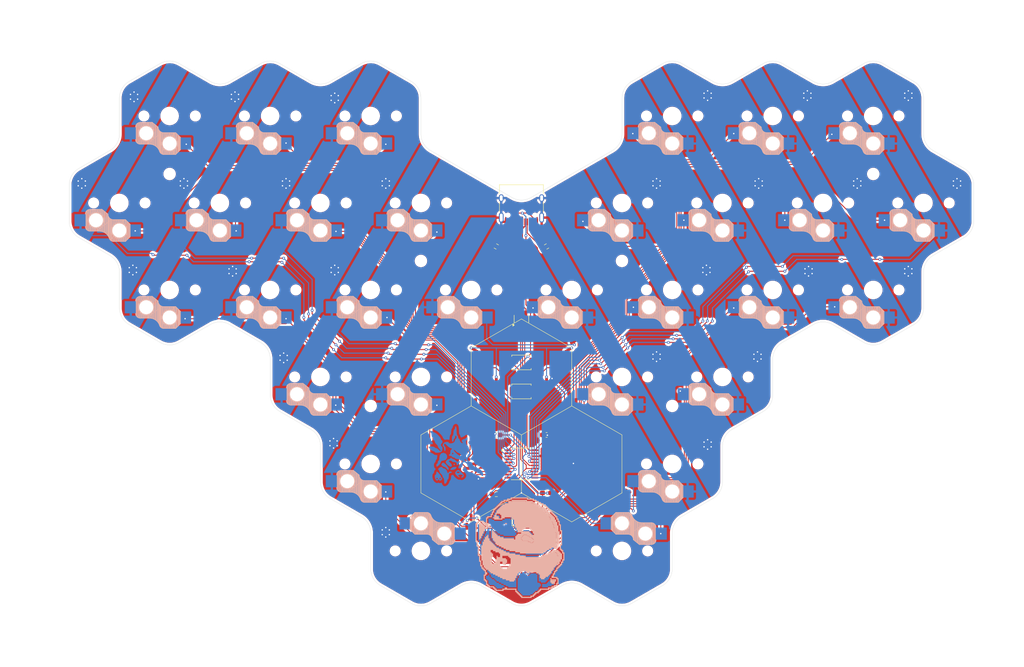
<source format=kicad_pcb>
(kicad_pcb (version 20240108) (generator "pcbnew") (generator_version "8.0")
  (layers (0 "F.Cu" signal) (31 "B.Cu" signal) (34 "B.Paste" user) (35 "F.Paste" user) (36 "B.SilkS" user "B.Silkscreen") (37 "F.SilkS" user "F.Silkscreen") (38 "B.Mask" user) (39 "F.Mask" user) (44 "Edge.Cuts" user))
  (net 0 "")
  (net 1 "GND")
  (net 2 "+3.3V")
  (net 3 "VCC")
  (net 4 "Net-(D1-A-Pad1)")
  (net 5 "Net-(D1-A-Pad2)")
  (net 6 "row0")
  (net 7 "Net-(D2-A-Pad2)")
  (net 8 "row1")
  (net 9 "Net-(D2-A-Pad1)")
  (net 10 "Net-(D3-A-Pad1)")
  (net 11 "Net-(D3-A-Pad2)")
  (net 12 "row2")
  (net 13 "Net-(D4-A-Pad2)")
  (net 14 "Net-(D4-A-Pad1)")
  (net 15 "Net-(D5-A-Pad1)")
  (net 16 "Net-(D5-A-Pad2)")
  (net 17 "Net-(D6-A-Pad1)")
  (net 18 "Net-(D6-A-Pad2)")
  (net 19 "Net-(D7-A-Pad2)")
  (net 20 "Net-(D7-A-Pad1)")
  (net 21 "Net-(D8-A-Pad2)")
  (net 22 "Net-(D8-A-Pad1)")
  (net 23 "Net-(D9-A-Pad2)")
  (net 24 "Net-(D9-A-Pad1)")
  (net 25 "Net-(D10-A-Pad2)")
  (net 26 "Net-(D10-A-Pad1)")
  (net 27 "Net-(D11-A-Pad1)")
  (net 28 "Net-(D11-A-Pad2)")
  (net 29 "Net-(D12-A-Pad1)")
  (net 30 "Net-(D12-A-Pad2)")
  (net 31 "Net-(D13-A-Pad2)")
  (net 32 "Net-(D13-A-Pad1)")
  (net 33 "Net-(D14-A-Pad2)")
  (net 34 "Net-(D14-A-Pad1)")
  (net 35 "Net-(D15-A-Pad1)")
  (net 36 "Net-(D15-A-Pad2)")
  (net 37 "Net-(D16-A)")
  (net 38 "VBUS")
  (net 39 "PORT+")
  (net 41 "PORT-")
  (net 43 "CC2")
  (net 44 "CC1")
  (net 45 "BOOT")
  (net 46 "UDP")
  (net 47 "col0")
  (net 48 "col1")
  (net 49 "col2")
  (net 50 "col3")
  (net 51 "col4")
  (net 52 "col5")
  (net 53 "col6")
  (net 54 "col7")
  (net 55 "col8")
  (net 56 "col9")
  (net 57 "RST")
  (net 58 "UDM")
  (footprint "Resistor_SMD:R_0603_1608Metric_Pad0.98x0.95mm_HandSolder" (layer "F.Cu") (at 102.125 58.96175 150)
    (property "Reference" "R3" (hide yes))
    (property "Value" "5.1k")
  )
  (footprint "MountingHole:MountingHole_2.2mm_M2" (layer "F.Cu") (at 86 62.065)
    (property "Reference" "H2" (hide yes))
    (property "Value" "MountingHole")
  )
  (footprint "Package_TO_SOT_SMD:SOT-23-6" (layer "F.Cu") (at 107.5 74.478 90)
    (property "Reference" "U2" (hide yes))
    (property "Value" "USBLC6-2SC6")
  )
  (footprint "Resistor_SMD:R_0603_1608Metric_Pad0.98x0.95mm_HandSolder" (layer "F.Cu") (at 102.125 111.983804 180)
    (property "Reference" "R1" (hide yes))
    (property "Value" "10k")
  )
  (footprint "silklesspretty:SOT-23" (layer "F.Cu") (at 86 111.717 30)
    (property "Reference" "D3" (hide yes))
    (property "Value" "BAV70")
  )
  (footprint "Connector_USB:USB_C_Receptacle_HRO_TYPE-C-31-M-12" (layer "F.Cu") (at 107.5 49.652128 180)
    (property "Reference" "J1" (hide yes))
    (property "Value" "USB_C_Receptacle_USB2.0")
  )
  (footprint "silklesspretty:SOT-23" (layer "F.Cu") (at 129 99.304 -150)
    (property "Reference" "D11" (hide yes))
    (property "Value" "BAV70")
  )
  (footprint "silklesspretty:SOT-23" (layer "F.Cu") (at 96.75 117.9235 90)
    (property "Reference" "D8" (hide yes))
    (property "Value" "BAV70")
  )
  (footprint "Capacitor_SMD:C_0603_1608Metric_Pad1.08x0.95mm_HandSolder" (layer "F.Cu") (at 102.125 99.304 180)
    (property "Reference" "C2" (hide yes))
    (property "Value" "100nF")
  )
  (footprint "silklesspretty:SOT-23" (layer "F.Cu") (at 96.75 80.6845 -30)
    (property "Reference" "D4" (hide yes))
    (property "Value" "BAV70")
  )
  (footprint "Package_SO:TSSOP-20_4.4x6.5mm_P0.65mm" (layer "F.Cu") (at 107.5 105.510772)
    (property "Reference" "U1" (hide yes))
    (property "Value" "~")
  )
  (footprint "Fuse:Fuse_0603_1608Metric_Pad1.05x0.95mm_HandSolder" (layer "F.Cu") (at 112.875 111.717)
    (property "Reference" "F1" (hide yes))
    (property "Value" "500mA")
  )
  (footprint "MountingHole:MountingHole_2.2mm_M2" (layer "F.Cu") (at 139.75 93.0975)
    (property "Reference" "H6" (hide yes))
    (property "Value" "MountingHole")
  )
  (footprint "silklesspretty:SOT-23" (layer "F.Cu") (at 96.75 105.5105)
    (property "Reference" "D5" (hide yes))
    (property "Value" "BAV70")
  )
  (footprint "Button_Switch_SMD:SW_Push_SPST_NO_Alps_SKRK" (layer "F.Cu") (at 107.5 83.78775)
    (property "Reference" "SW1" (hide yes))
    (property "Value" "BOOT")
  )
  (footprint "MountingHole:MountingHole_2.2mm_M2" (layer "F.Cu") (at 129 62.065)
    (property "Reference" "H3" (hide yes))
    (property "Value" "MountingHole")
  )
  (footprint "silklesspretty:SOT-23" (layer "F.Cu") (at 118.25 93.0975 -90)
    (property "Reference" "D13" (hide yes))
    (property "Value" "BAV70")
  )
  (footprint "silklesspretty:SOT-23" (layer "F.Cu") (at 118.25 105.5105 180)
    (property "Reference" "D14" (hide yes))
    (property "Value" "BAV70")
  )
  (footprint "silklesspretty:SOT-23" (layer "F.Cu") (at 129 111.717 150)
    (property "Reference" "D12" (hide yes))
    (property "Value" "BAV70")
  )
  (footprint "silklesspretty:SOT-23" (layer "F.Cu") (at 118.25 80.6845 -150)
    (property "Reference" "D7" (hide yes))
    (property "Value" "BAV70")
  )
  (footprint "silklesspretty:SOT-23" (layer "F.Cu") (at 96.75 93.0975 -90)
    (property "Reference" "D2" (hide yes))
    (property "Value" "BAV70")
  )
  (footprint "Button_Switch_SMD:SW_Push_SPST_NO_Alps_SKRK" (layer "F.Cu") (at 107.5 89.99425)
    (property "Reference" "SW2" (hide yes))
    (property "Value" "RESET")
  )
  (footprint "MountingHole:MountingHole_2.2mm_M2" (layer "F.Cu") (at 75.25 93.0975)
    (property "Reference" "H5" (hide yes))
    (property "Value" "MountingHole")
  )
  (footprint "MountingHole:MountingHole_2.2mm_M2" (layer "F.Cu") (at 182.75 43.4455)
    (property "Reference" "H4" (hide yes))
    (property "Value" "MountingHole")
  )
  (footprint "silklesspretty:SOT-23" (layer "F.Cu") (at 118.25 117.9235 90)
    (property "Reference" "D15" (hide yes))
    (property "Value" "BAV70")
  )
  (footprint "silklesspretty:SOT-23" (layer "F.Cu") (at 102.125 86.891 -90)
    (property "Reference" "D1" (hide yes))
    (property "Value" "BAV70")
  )
  (footprint "Diode_SMD:D_SOD-323_HandSoldering" (layer "F.Cu") (at 107.5 117.9235)
    (property "Reference" "D16" (hide yes))
    (property "Value" "PMEG2010EA")
  )
  (footprint "silklesspretty:SOT-23" (layer "F.Cu") (at 112.875 86.891 -90)
    (property "Reference" "D10" (hide yes))
    (property "Value" "BAV70")
  )
  (footprint "Capacitor_SMD:C_0603_1608Metric_Pad1.08x0.95mm_HandSolder" (layer "F.Cu") (at 112.875 99.304)
    (property "Reference" "C1" (hide yes))
    (property "Value" "100nF")
  )
  (footprint "MountingHole:MountingHole_2.2mm_M2" (layer "F.Cu") (at 32.25 43.4455)
    (property "Reference" "H1" (hide yes))
    (property "Value" "MountingHole")
  )
  (footprint "silklesspretty:SOT-23" (layer "F.Cu") (at 107.5 127.23325 90)
    (property "Reference" "D9" (hide yes))
    (property "Value" "BAV70")
  )
  (footprint "Resistor_SMD:R_0603_1608Metric_Pad0.98x0.95mm_HandSolder" (layer "F.Cu") (at 112.875 58.96175 30)
    (property "Reference" "R2" (hide yes))
    (property "Value" "5.1k")
  )
  (footprint "silklesspretty:SOT-23" (layer "F.Cu") (at 86 99.304 -30)
    (property "Reference" "D6" (hide yes))
    (property "Value" "BAV70")
  )
  (footprint "s-ol:PG1350_hotswap_naked" (layer "B.Cu") (at 32.25 31.0325 180)
    (property "Reference" "S1" (hide yes))
    (property "Value" "PG1350")
  )
  (footprint "s-ol:PG1350_hotswap_naked" (layer "B.Cu") (at 161.25 31.0325 180)
    (property "Reference" "S9" (hide yes))
    (property "Value" "PG1350")
  )
  (footprint "s-ol:PG1350_hotswap_naked" (layer "B.Cu") (at 182.75 31.0325 180)
    (property "Reference" "S10" (hide yes))
    (property "Value" "PG1350")
  )
  (footprint "LOGO" (layer "B.Cu") (at 92.964 103.124 180)
    (property "Reference" "G***" (hide yes))
    (property "Value" "LOGO" (hide yes))
  )
  (footprint "s-ol:PG1350_hotswap_naked" (layer "B.Cu") (at 129 49.652 180)
    (property "Reference" "S7" (hide yes))
    (property "Value" "PG1350")
  )
  (footprint "s-ol:PG1350_hotswap_naked" (layer "B.Cu") (at 75.25 68.2715 180)
    (property "Reference" "S14" (hide yes))
    (property "Value" "PG1350")
  )
  (footprint "s-ol:PG1350_hotswap_naked" (layer "B.Cu") (at 182.750003 68.271681 180)
    (property "Reference" "S29" (hide yes))
    (property "Value" "PG1350")
  )
  (footprint "s-ol:PG1350_hotswap_naked" (layer "B.Cu") (at 86 124.13)
    (property "Reference" "S21" (hide yes))
    (property "Value" "PG1350")
  )
  (footprint "clacky:Clacktales_21mm_whiteSilk" (layer "B.Cu") (at 106.426 122.936 180)
    (property "Reference" "REF**" (hide yes))
    (property "Value" "Clacktales_21mm_blackSilk")
  )
  (footprint "s-ol:PG1350_hotswap_naked" (layer "B.Cu") (at 86 86.891 180)
    (property "Reference" "S15" (hide yes))
    (property "Value" "PG1350")
  )
  (footprint "s-ol:PG1350_hotswap_naked" (layer "B.Cu") (at 118.25 68.271676 180)
    (property "Reference" "S6" (hide yes))
    (property "Value" "PG1350")
  )
  (footprint "s-ol:PG1350_hotswap_naked" (layer "B.Cu") (at 161.25 68.2715 180)
    (property "Reference" "S28" (hide yes))
    (property "Value" "PG1350")
  )
  (footprint "s-ol:PG1350_hotswap_naked" (layer "B.Cu") (at 75.25 105.5105 180)
    (property "Reference" "S25" (hide yes))
    (property "Value" "PG1350")
  )
  (footprint "s-ol:PG1350_hotswap_naked" (layer "B.Cu") (at 172 49.652 180)
    (property "Reference" "S19" (hide yes))
    (property "Value" "PG1350")
  )
  (footprint "s-ol:PG1350_hotswap_naked" (layer "B.Cu") (at 53.75 31.0325 180)
    (property "Reference" "S2" (hide yes))
    (property "Value" "PG1350")
  )
  (footprint "s-ol:PG1350_hotswap_naked" (layer "B.Cu") (at 193.5 49.652127 180)
    (property "Reference" "S20" (hide yes))
    (property "Value" "PG1350")
  )
  (footprint "s-ol:PG1350_hotswap_naked" (layer "B.Cu") (at 129 86.891 180)
    (property "Reference" "S16" (hide yes))
    (property "Value" "PG1350")
  )
  (footprint "s-ol:PG1350_hotswap_naked" (layer "B.Cu") (at 139.75 31.0325 180)
    (property "Reference" "S8" (hide yes))
    (property "Value" "PG1350")
  )
  (footprint "s-ol:PG1350_hotswap_naked" (layer "B.Cu") (at 64.5 49.652127 180)
    (property "Reference" "S13" (hide yes))
    (property "Value" "PG1350")
  )
  (footprint "s-ol:PG1350_hotswap_naked" (layer "B.Cu") (at 86 49.652 180)
    (property "Reference" "S4" (hide yes))
    (property "Value" "PG1350")
  )
  (footprint "s-ol:PG1350_hotswap_naked" (layer "B.Cu") (at 53.75 68.2715 180)
    (property "Reference" "S23" (hide yes))
    (property "Value" "PG1350")
  )
  (footprint "s-ol:PG1350_hotswap_naked" (layer "B.Cu") (at 150.5 86.891 180)
    (property "Reference" "S27" (hide yes))
    (property "Value" "PG1350")
  )
  (footprint "s-ol:PG1350_hotswap_naked" (layer "B.Cu") (at 21.5 49.652 180)
    (property "Reference" "S11" (hide yes))
    (property "Value" "PG1350")
  )
  (footprint "s-ol:PG1350_hotswap_naked" (layer "B.Cu") (at 75.25 31.0325 180)
    (property "Reference" "S3" (hide yes))
    (property "Value" "PG1350")
  )
  (footprint "s-ol:PG1350_hotswap_naked" (layer "B.Cu") (at 64.5 86.891 180)
    (property "Reference" "S24" (hide yes))
    (property "Value" "PG1350")
  )
  (footprint "s-ol:PG1350_hotswap_naked" (layer "B.Cu") (at 129 124.13)
    (property "Reference" "S30" (hide yes))
    (property "Value" "PG1350")
  )
  (footprint "s-ol:PG1350_hotswap_naked" (layer "B.Cu") (at 150.500002 49.652 180)
    (property "Reference" "S18" (hide yes))
    (property "Value" "PG1350")
  )
  (footprint "s-ol:PG1350_hotswap_naked" (layer "B.Cu") (at 139.75 68.2715 180)
    (property "Reference" "S17" (hide yes))
    (property "Value" "PG1350")
  )
  (footprint "s-ol:PG1350_hotswap_naked" (layer "B.Cu") (at 96.75 68.271676 180)
    (property "Reference" "S5" (hide yes))
    (property "Value" "PG1350")
  )
  (footprint "s-ol:PG1350_hotswap_naked" (layer "B.Cu") (at 43 49.652 180)
    (property "Reference" "S12" (hide yes))
    (property "Value" "PG1350")
  )
  (footprint "LOGO" (layer "B.Cu") (at 92.964 103.124 180)
    (property "Reference" "G***" (hide yes))
    (property "Value" "LOGO" (hide yes))
  )
  (footprint "s-ol:PG1350_hotswap_naked" (layer "B.Cu") (at 32.25 68.2715 180)
    (property "Reference" "S22" (hide yes))
    (property "Value" "PG1350")
  )
  (footprint "s-ol:PG1350_hotswap_naked" (layer "B.Cu") (at 139.75 105.5105 180)
    (property "Reference" "S26" (hide yes))
    (property "Value" "PG1350")
  )
  (gr_line (start 107.5 74.478) (end 96.75 80.6845) (stroke (width 0.1)) (layer "F.SilkS"))
  (gr_line (start 96.75 80.6845) (end 96.75 93.0975) (stroke (width 0.1)) (layer "F.SilkS"))
  (gr_line (start 118.25 117.9235) (end 129 111.717) (stroke (width 0.1)) (layer "F.SilkS"))
  (gr_line (start 107.5 111.717) (end 107.5 99.304) (stroke (width 0.1)) (layer "F.SilkS"))
  (gr_line (start 118.25 93.0975) (end 118.25 80.6845) (stroke (width 0.1)) (layer "F.SilkS"))
  (gr_line (start 96.75 93.0975) (end 86 99.304) (stroke (width 0.1)) (layer "F.SilkS"))
  (gr_line (start 86 111.717) (end 96.75 117.9235) (stroke (width 0.1)) (layer "F.SilkS"))
  (gr_line (start 118.25 117.9235) (end 107.5 111.717) (stroke (width 0.1)) (layer "F.SilkS"))
  (gr_line (start 96.75 93.0975) (end 107.5 99.304) (stroke (width 0.1)) (layer "F.SilkS"))
  (gr_line (start 107.5 99.304) (end 118.25 93.0975) (stroke (width 0.1)) (layer "F.SilkS"))
  (gr_line (start 107.5 111.717) (end 96.75 117.9235) (stroke (width 0.1)) (layer "F.SilkS"))
  (gr_line (start 129 111.717) (end 129 99.304) (stroke (width 0.1)) (layer "F.SilkS"))
  (gr_line (start 129 99.304) (end 118.25 93.0975) (stroke (width 0.1)) (layer "F.SilkS"))
  (gr_line (start 118.25 80.6845) (end 107.5 74.478) (stroke (width 0.1)) (layer "F.SilkS"))
  (gr_line (start 86 99.304) (end 86 111.717) (stroke (width 0.1)) (layer "F.SilkS"))
  (gr_poly (pts (xy 183.03 19.27) (xy 183.296019 19.295902) (xy 183.560302 19.339072) (xy 183.821983 19.39951) (xy 184.080194 19.477216) (xy 184.334068 19.57219) (xy 184.582736 19.684432) (xy 184.825332 19.813942) (xy 191.450896 23.639268) (xy 191.569087 23.710154) (xy 191.684352 23.784608) (xy 191.796638 23.862536) (xy 191.90589 23.943842) (xy 192.012054 24.028434) (xy 192.115076 24.116218) (xy 192.214902 24.207099) (xy 192.311477 24.300984) (xy 192.404747 24.397779) (xy 192.494658 24.497389) (xy 192.581156 24.599722) (xy 192.664187 24.704682) (xy 192.743695 24.812177) (xy 192.819628 24.922112) (xy 192.891931 25.034393) (xy 192.960549 25.148927) (xy 193.025429 25.265619) (xy 193.086516 25.384375) (xy 193.143756 25.505103) (xy 193.197094 25.627707) (xy 193.246477 25.752094) (xy 193.291851 25.878169) (xy 193.33316 26.00584) (xy 193.370351 26.135012) (xy 193.40337 26.265591) (xy 193.432163 26.397483) (xy 193.456674 26.530595) (xy 193.476851 26.664832) (xy 193.492638 26.8001) (xy 193.503982 26.936306) (xy 193.510827 27.073356) (xy 193.513122 27.211155) (xy 193.513122 34.861653) (xy 193.522262 35.136501) (xy 193.549392 35.407975) (xy 193.59408 35.675323) (xy 193.655892 35.937794) (xy 193.734392 36.194636) (xy 193.829149 36.445097) (xy 193.939727 36.688428) (xy 194.065694 36.923876) (xy 194.206615 37.15069) (xy 194.362056 37.368119) (xy 194.531585 37.575411) (xy 194.714766 37.771815) (xy 194.911167 37.95658) (xy 195.120353 38.128954) (xy 195.341891 38.288187) (xy 195.575347 38.433526) (xy 202.200911 42.258778) (xy 202.319102 42.329664) (xy 202.434367 42.404117) (xy 202.546653 42.482043) (xy 202.655905 42.563349) (xy 202.762069 42.64794) (xy 202.865091 42.735723) (xy 202.964917 42.826603) (xy 203.061492 42.920487) (xy 203.154762 43.017281) (xy 203.244674 43.116891) (xy 203.331172 43.219223) (xy 203.414202 43.324183) (xy 203.493711 43.431677) (xy 203.569643 43.541611) (xy 203.641946 43.653892) (xy 203.710564 43.768425) (xy 203.775444 43.885117) (xy 203.836531 44.003873) (xy 203.893771 44.1246) (xy 203.947109 44.247203) (xy 203.996493 44.37159) (xy 204.041866 44.497665) (xy 204.083175 44.625335) (xy 204.120367 44.754507) (xy 204.153386 44.885085) (xy 204.182178 45.016977) (xy 204.206689 45.150088) (xy 204.226866 45.284325) (xy 204.242653 45.419593) (xy 204.253997 45.555799) (xy 204.260843 45.692848) (xy 204.263137 45.830647) (xy 204.263137 53.481152) (xy 204.253997 53.756001) (xy 204.226866 54.027476) (xy 204.182178 54.294824) (xy 204.120367 54.557296) (xy 204.041866 54.814138) (xy 203.947109 55.064601) (xy 203.836531 55.307932) (xy 203.710564 55.543381) (xy 203.569643 55.770196) (xy 203.414202 55.987625) (xy 203.244674 56.194918) (xy 203.061492 56.391324) (xy 202.865091 56.57609) (xy 202.655905 56.748466) (xy 202.434367 56.907699) (xy 202.200911 57.05304) (xy 195.575347 60.878361) (xy 195.457156 60.949248) (xy 195.341891 61.023702) (xy 195.229605 61.101629) (xy 195.120353 61.182936) (xy 195.014189 61.267528) (xy 194.911167 61.355311) (xy 194.811341 61.446192) (xy 194.714766 61.540077) (xy 194.621496 61.636872) (xy 194.531585 61.736482) (xy 194.445087 61.838815) (xy 194.362056 61.943775) (xy 194.282548 62.051269) (xy 194.206615 62.161204) (xy 194.134312 62.273485) (xy 194.065694 62.388019) (xy 194.000814 62.504711) (xy 193.939727 62.623467) (xy 193.882487 62.744194) (xy 193.829149 62.866798) (xy 193.779766 62.991185) (xy 193.734392 63.11726) (xy 193.693083 63.244931) (xy 193.655892 63.374103) (xy 193.622873 63.504681) (xy 193.59408 63.636574) (xy 193.569569 63.769685) (xy 193.549392 63.903922) (xy 193.533605 64.03919) (xy 193.522262 64.175396) (xy 193.515415 64.312446) (xy 193.513122 64.450245) (xy 193.513122 72.100743) (xy 193.503982 72.375593) (xy 193.476851 72.647069) (xy 193.432163 72.914418) (xy 193.370351 73.17689) (xy 193.291851 73.433732) (xy 193.197094 73.684195) (xy 193.086516 73.927526) (xy 192.960549 74.162974) (xy 192.819628 74.389788) (xy 192.664187 74.607217) (xy 192.494658 74.814509) (xy 192.311477 75.010914) (xy 192.115076 75.195679) (xy 191.90589 75.368054) (xy 191.684352 75.527287) (xy 191.450896 75.672627) (xy 184.825332 79.497876) (xy 184.582739 79.627383) (xy 184.334073 79.739624) (xy 184.080201 79.834596) (xy 183.821992 79.912301) (xy 183.560313 79.972738) (xy 183.29603 80.015907) (xy 183.030012 80.041808) (xy 182.763127 80.050442) (xy 182.496242 80.041808) (xy 182.230224 80.015907) (xy 181.96594 79.972738) (xy 181.704259 79.912301) (xy 181.446049 79.834596) (xy 181.192175 79.739624) (xy 180.943507 79.627383) (xy 180.700911 79.497876) (xy 174.075332 75.672619) (xy 173.832738 75.543112) (xy 173.584073 75.430871) (xy 173.330201 75.335899) (xy 173.071992 75.258195) (xy 172.810312 75.197758) (xy 172.54603 75.154588) (xy 172.280013 75.128687) (xy 172.013127 75.120053) (xy 171.746242 75.128687) (xy 171.480223 75.154588) (xy 171.21594 75.197758) (xy 170.95426 75.258195) (xy 170.696049 75.335899) (xy 170.442175 75.430871) (xy 170.193507 75.543112) (xy 169.950911 75.672619) (xy 163.325332 79.497876) (xy 163.207141 79.568763) (xy 163.091876 79.643217) (xy 162.97959 79.721144) (xy 162.870338 79.802451) (xy 162.764175 79.887043) (xy 162.661153 79.974827) (xy 162.561328 80.065708) (xy 162.464753 80.159593) (xy 162.371483 80.256388) (xy 162.281573 80.355998) (xy 162.195076 80.45833) (xy 162.112046 80.563291) (xy 162.032538 80.670785) (xy 161.956606 80.78072) (xy 161.884304 80.893001) (xy 161.815686 81.007534) (xy 161.750807 81.124225) (xy 161.689721 81.242981) (xy 161.632482 81.363708) (xy 161.579144 81.486312) (xy 161.529761 81.610698) (xy 161.484389 81.736773) (xy 161.44308 81.864443) (xy 161.405889 81.993614) (xy 161.372871 82.124193) (xy 161.344079 82.256084) (xy 161.319568 82.389195) (xy 161.299392 82.523431) (xy 161.283605 82.658699) (xy 161.272261 82.794905) (xy 161.265416 82.931954) (xy 161.263122 83.069752) (xy 161.263122 90.720242) (xy 161.253981 90.995091) (xy 161.226851 91.266566) (xy 161.182163 91.533914) (xy 161.120351 91.796384) (xy 161.041851 92.053226) (xy 160.947094 92.303689) (xy 160.836516 92.547019) (xy 160.710549 92.782467) (xy 160.569628 93.009282) (xy 160.414187 93.226711) (xy 160.244658 93.434004) (xy 160.061477 93.630409) (xy 159.865076 93.815175) (xy 159.65589 93.987551) (xy 159.434352 94.146785) (xy 159.200896 94.292126) (xy 152.575331 98.117451) (xy 152.45714 98.188338) (xy 152.341873 98.262791) (xy 152.229586 98.340718) (xy 152.120333 98.422025) (xy 152.014169 98.506616) (xy 151.911146 98.5944) (xy 151.81132 98.685281) (xy 151.714744 98.779165) (xy 151.621474 98.87596) (xy 151.531563 98.97557) (xy 151.445065 99.077903) (xy 151.362034 99.182863) (xy 151.282526 99.290358) (xy 151.206593 99.400293) (xy 151.134291 99.512574) (xy 151.065673 99.627107) (xy 151.000793 99.743799) (xy 150.939707 99.862556) (xy 150.882468 99.983283) (xy 150.829129 100.105887) (xy 150.779747 100.230274) (xy 150.734374 100.35635) (xy 150.693065 100.48402) (xy 150.655874 100.613192) (xy 150.622856 100.743771) (xy 150.594064 100.875663) (xy 150.569553 101.008775) (xy 150.549377 101.143012) (xy 150.533589 101.27828) (xy 150.522246 101.414486) (xy 150.5154 101.551536) (xy 150.513106 101.689335) (xy 150.513121 103.133343) (xy 150.513121 109.33984) (xy 150.503981 109.61469) (xy 150.476851 109.886164) (xy 150.432163 110.153513) (xy 150.370351 110.415984) (xy 150.291851 110.672826) (xy 150.197094 110.923288) (xy 150.086516 111.166619) (xy 149.960549 111.402067) (xy 149.819628 111.628881) (xy 149.664187 111.846309) (xy 149.494658 112.053601) (xy 149.311477 112.250004) (xy 149.115076 112.434768) (xy 148.90589 112.607141) (xy 148.684352 112.766372) (xy 148.450896 112.911709) (xy 141.825332 116.736958) (xy 141.707141 116.807843) (xy 141.591876 116.882295) (xy 141.47959 116.960221) (xy 141.370338 117.041526) (xy 141.264174 117.126117) (xy 141.161152 117.213899) (xy 141.061326 117.30478) (xy 140.964751 117.398663) (xy 140.871481 117.495457) (xy 140.781569 117.595067) (xy 140.695071 117.697398) (xy 140.612041 117.802358) (xy 140.532532 117.909852) (xy 140.456599 118.019786) (xy 140.384297 118.132067) (xy 140.315679 118.2466) (xy 140.250799 118.363291) (xy 140.189712 118.482047) (xy 140.132472 118.602774) (xy 140.079134 118.725378) (xy 140.02975 118.849764) (xy 139.984377 118.975839) (xy 139.943068 119.103509) (xy 139.905876 119.232681) (xy 139.872857 119.363259) (xy 139.844065 119.495151) (xy 139.819553 119.628262) (xy 139.799377 119.762498) (xy 139.78359 119.897766) (xy 139.772246 120.033972) (xy 139.7654 120.171021) (xy 139.763106 120.308819) (xy 139.763106 127.959324) (xy 139.753966 128.234174) (xy 139.726835 128.505648) (xy 139.682147 128.772997) (xy 139.620336 129.035468) (xy 139.541836 129.292311) (xy 139.447079 129.542773) (xy 139.3365 129.786105) (xy 139.210534 130.021554) (xy 139.069613 130.248369) (xy 138.914171 130.465798) (xy 138.744643 130.673092) (xy 138.561462 130.869498) (xy 138.365061 131.054264) (xy 138.155875 131.22664) (xy 137.934337 131.385875) (xy 137.700881 131.531216) (xy 131.075332 135.356541) (xy 130.832737 135.486052) (xy 130.58407 135.598294) (xy 130.330197 135.693269) (xy 130.071986 135.770975) (xy 129.810306 135.831413) (xy 129.546022 135.874583) (xy 129.280003 135.900485) (xy 129.013117 135.909119) (xy 128.74623 135.900485) (xy 128.480211 135.874583) (xy 128.215927 135.831413) (xy 127.954246 135.770975) (xy 127.696034 135.693269) (xy 127.44216 135.598294) (xy 127.193492 135.486052) (xy 126.950896 135.356541) (xy 120.325332 131.531224) (xy 120.082737 131.401713) (xy 119.83407 131.289471) (xy 119.580197 131.194497) (xy 119.321986 131.11679) (xy 119.060306 131.056352) (xy 118.796022 131.013182) (xy 118.530003 130.98728) (xy 118.263117 130.978646) (xy 117.99623 130.98728) (xy 117.730211 131.013182) (xy 117.465927 131.056352) (xy 117.204246 131.11679) (xy 116.946034 131.194497) (xy 116.69216 131.289471) (xy 116.443492 131.401713) (xy 116.200896 131.531224) (xy 109.575339 135.356541) (xy 109.332745 135.486052) (xy 109.084077 135.598294) (xy 108.830205 135.693269) (xy 108.571994 135.770975) (xy 108.310313 135.831413) (xy 108.04603 135.874583) (xy 107.780011 135.900485) (xy 107.513124 135.909119) (xy 107.246238 135.900485) (xy 106.980219 135.874583) (xy 106.715935 135.831413) (xy 106.454253 135.770975) (xy 106.196042 135.693269) (xy 105.942168 135.598294) (xy 105.6935 135.486052) (xy 105.450904 135.356541) (xy 98.825331 131.531224) (xy 98.582737 131.401712) (xy 98.334069 131.289469) (xy 98.080196 131.194493) (xy 97.821985 131.116786) (xy 97.560304 131.056347) (xy 97.29602 131.013176) (xy 97.030001 130.987274) (xy 96.763114 130.978639) (xy 96.496227 130.987273) (xy 96.230208 131.013175) (xy 95.965924 131.056345) (xy 95.704242 131.116783) (xy 95.446031 131.194489) (xy 95.192158 131.289463) (xy 94.943491 131.401706) (xy 94.700896 131.531216) (xy 88.075332 135.356541) (xy 87.832737 135.486052) (xy 87.58407 135.598294) (xy 87.330196 135.693269) (xy 87.071985 135.770975) (xy 86.810304 135.831413) (xy 86.54602 135.874583) (xy 86.280001 135.900485) (xy 86.013114 135.909119) (xy 85.746227 135.900485) (xy 85.480208 135.874583) (xy 85.215924 135.831413) (xy 84.954242 135.770975) (xy 84.696031 135.693269) (xy 84.442158 135.598294) (xy 84.193491 135.486052) (xy 83.950896 135.356541) (xy 77.325332 131.531224) (xy 77.207142 131.460336) (xy 77.091877 131.385881) (xy 76.979592 131.307953) (xy 76.870341 131.226645) (xy 76.764178 131.142053) (xy 76.661157 131.054268) (xy 76.561332 130.963386) (xy 76.464758 130.869501) (xy 76.371489 130.772706) (xy 76.281578 130.673095) (xy 76.195081 130.570762) (xy 76.112052 130.465801) (xy 76.032544 130.358306) (xy 75.956613 130.248371) (xy 75.884311 130.136089) (xy 75.815694 130.021556) (xy 75.750815 129.904863) (xy 75.689729 129.786107) (xy 75.632491 129.665379) (xy 75.579153 129.542775) (xy 75.529771 129.418389) (xy 75.484399 129.292313) (xy 75.44309 129.164643) (xy 75.4059 129.035471) (xy 75.372882 128.904893) (xy 75.34409 128.773001) (xy 75.31958 128.63989) (xy 75.299404 128.505653) (xy 75.283618 128.370385) (xy 75.272275 128.23418) (xy 75.26543 128.097131) (xy 75.263137 127.959332) (xy 75.263137 120.308835) (xy 75.253997 120.033985) (xy 75.226866 119.762511) (xy 75.182178 119.495163) (xy 75.120367 119.232691) (xy 75.041866 118.975849) (xy 74.947109 118.725387) (xy 74.836531 118.482056) (xy 74.710565 118.246607) (xy 74.569644 118.019793) (xy 74.414202 117.802364) (xy 74.244673 117.595072) (xy 74.061492 117.398668) (xy 73.865091 117.213903) (xy 73.655905 117.041529) (xy 73.434367 116.882297) (xy 73.200911 116.736958) (xy 66.575362 112.911709) (xy 66.457172 112.840823) (xy 66.341906 112.766369) (xy 66.229621 112.688443) (xy 66.120369 112.607136) (xy 66.014204 112.522545) (xy 65.911182 112.434762) (xy 65.811357 112.343881) (xy 65.714782 112.249996) (xy 65.621512 112.153202) (xy 65.531601 112.053592) (xy 65.445103 111.95126) (xy 65.362073 111.8463) (xy 65.282564 111.738806) (xy 65.206632 111.628871) (xy 65.134329 111.51659) (xy 65.065711 111.402057) (xy 65.000831 111.285366) (xy 64.939745 111.166609) (xy 64.882505 111.045882) (xy 64.829167 110.923279) (xy 64.779784 110.798892) (xy 64.73441 110.672817) (xy 64.693101 110.545146) (xy 64.65591 110.415975) (xy 64.622891 110.285396) (xy 64.594099 110.153504) (xy 64.569588 110.020393) (xy 64.549411 109.886156) (xy 64.533624 109.750888) (xy 64.522281 109.614682) (xy 64.515435 109.477632) (xy 64.513141 109.339833) (xy 64.513141 101.689343) (xy 64.504 101.414493) (xy 64.476869 101.143017) (xy 64.43218 100.875668) (xy 64.370369 100.613196) (xy 64.291868 100.356354) (xy 64.197112 100.105891) (xy 64.086534 99.86256) (xy 63.960567 99.627111) (xy 63.819647 99.400296) (xy 63.664206 99.182867) (xy 63.494678 98.975574) (xy 63.311497 98.779169) (xy 63.115097 98.594403) (xy 62.905911 98.422027) (xy 62.684374 98.262793) (xy 62.450919 98.117451) (xy 55.825362 94.292134) (xy 55.707172 94.221247) (xy 55.591906 94.146794) (xy 55.479621 94.068867) (xy 55.370369 93.98756) (xy 55.264205 93.902968) (xy 55.161183 93.815185) (xy 55.061357 93.724304) (xy 54.964783 93.630418) (xy 54.871513 93.533624) (xy 54.781602 93.434013) (xy 54.695104 93.33168) (xy 54.612074 93.22672) (xy 54.532566 93.119225) (xy 54.456633 93.00929) (xy 54.384331 92.897008) (xy 54.315713 92.782474) (xy 54.250833 92.665782) (xy 54.189747 92.547025) (xy 54.132507 92.426297) (xy 54.079169 92.303693) (xy 54.029786 92.179306) (xy 53.984413 92.05323) (xy 53.943104 91.925559) (xy 53.905913 91.796387) (xy 53.872895 91.665808) (xy 53.844102 91.533915) (xy 53.819591 91.400803) (xy 53.799415 91.266566) (xy 53.783628 91.131297) (xy 53.772284 90.995091) (xy 53.765438 90.858042) (xy 53.763144 90.720242) (xy 53.763144 83.069745) (xy 53.754004 82.794896) (xy 53.726874 82.523421) (xy 53.682186 82.256073) (xy 53.620375 81.993603) (xy 53.541874 81.73676) (xy 53.447118 81.486299) (xy 53.33654 81.242968) (xy 53.210574 81.00752) (xy 53.069653 80.780706) (xy 52.914211 80.563278) (xy 52.744683 80.355985) (xy 52.561501 80.159581) (xy 52.3651 79.974816) (xy 52.155914 79.802441) (xy 51.934375 79.643208) (xy 51.700919 79.497868) (xy 45.075366 75.672612) (xy 44.832771 75.543103) (xy 44.584103 75.430861) (xy 44.330229 75.335888) (xy 44.072018 75.258183) (xy 43.810336 75.197745) (xy 43.546052 75.154575) (xy 43.280033 75.128673) (xy 43.013146 75.120039) (xy 42.746259 75.128673) (xy 42.480239 75.154575) (xy 42.215955 75.197745) (xy 41.954273 75.258183) (xy 41.696061 75.335888) (xy 41.442187 75.430861) (xy 41.193519 75.543103) (xy 40.950923 75.672612) (xy 34.325368 79.497868) (xy 34.082772 79.627377) (xy 33.834103 79.739618) (xy 33.580229 79.834592) (xy 33.322018 79.912297) (xy 33.060336 79.972735) (xy 32.796052 80.015905) (xy 32.530032 80.041806) (xy 32.263145 80.05044) (xy 31.996258 80.041806) (xy 31.730239 80.015905) (xy 31.465954 79.972735) (xy 31.204273 79.912297) (xy 30.946061 79.834592) (xy 30.692187 79.739618) (xy 30.443519 79.627377) (xy 30.200923 79.497868) (xy 23.575372 75.672619) (xy 23.457181 75.601733) (xy 23.341915 75.527279) (xy 23.22963 75.449353) (xy 23.120377 75.368046) (xy 23.014213 75.283455) (xy 22.911191 75.195672) (xy 22.811365 75.104791) (xy 22.71479 75.010906) (xy 22.62152 74.914112) (xy 22.531609 74.814502) (xy 22.445111 74.71217) (xy 22.36208 74.60721) (xy 22.282572 74.499716) (xy 22.206639 74.389781) (xy 22.134336 74.2775) (xy 22.065718 74.162967) (xy 22.000838 74.046276) (xy 21.939752 73.927519) (xy 21.882512 73.806792) (xy 21.829173 73.684189) (xy 21.77979 73.559802) (xy 21.734417 73.433727) (xy 21.693108 73.306057) (xy 21.655917 73.176885) (xy 21.622898 73.046306) (xy 21.594106 72.914414) (xy 21.569595 72.781303) (xy 21.549418 72.647066) (xy 21.533631 72.511798) (xy 21.522288 72.375592) (xy 21.515442 72.238542) (xy 21.513148 72.100743) (xy 21.513148 64.450245) (xy 21.504008 64.175396) (xy 21.476877 63.903922) (xy 21.432189 63.636574) (xy 21.370378 63.374102) (xy 21.291878 63.11726) (xy 21.197123 62.866798) (xy 21.086545 62.623467) (xy 20.960579 62.388018) (xy 20.819659 62.161204) (xy 20.664219 61.943774) (xy 20.494691 61.736481) (xy 20.311511 61.540076) (xy 20.115111 61.355309) (xy 19.905926 61.182933) (xy 19.684389 61.023699) (xy 19.450934 60.878357) (xy 12.825366 57.053036) (xy 12.707176 56.98215) (xy 12.591911 56.907696) (xy 12.479626 56.829768) (xy 12.370374 56.748462) (xy 12.264211 56.66387) (xy 12.161189 56.576086) (xy 12.061364 56.485205) (xy 11.964789 56.391321) (xy 11.871519 56.294526) (xy 11.781608 56.194916) (xy 11.695111 56.092583) (xy 11.612081 55.987623) (xy 11.532572 55.880128) (xy 11.45664 55.770194) (xy 11.384338 55.657913) (xy 11.31572 55.543379) (xy 11.25084 55.426687) (xy 11.189754 55.307931) (xy 11.132514 55.187204) (xy 11.079176 55.0646) (xy 11.029793 54.940214) (xy 10.98442 54.814138) (xy 10.943111 54.686468) (xy 10.90592 54.557297) (xy 10.872901 54.426718) (xy 10.844109 54.294826) (xy 10.819597 54.161715) (xy 10.799421 54.027478) (xy 10.783634 53.89221) (xy 10.77229 53.756005) (xy 10.765444 53.618955) (xy 10.76315 53.481156) (xy 10.763151 45.830651) (xy 10.772291 45.555802) (xy 10.799422 45.284329) (xy 10.84411 45.016981) (xy 10.905921 44.75451) (xy 10.984421 44.497669) (xy 11.079178 44.247207) (xy 11.189756 44.003876) (xy 11.315722 43.768428) (xy 11.456643 43.541614) (xy 11.612084 43.324186) (xy 11.781612 43.116894) (xy 11.964794 42.92049) (xy 12.161194 42.735725) (xy 12.37038 42.56335) (xy 12.591918 42.404117) (xy 12.825374 42.258778) (xy 19.450925 38.433526) (xy 19.569115 38.36264) (xy 19.684381 38.288187) (xy 19.796667 38.21026) (xy 19.905919 38.128954) (xy 20.012083 38.044363) (xy 20.115105 37.95658) (xy 20.214931 37.8657) (xy 20.311506 37.771815) (xy 20.404776 37.675021) (xy 20.494687 37.575411) (xy 20.581185 37.47308) (xy 20.664215 37.36812) (xy 20.743724 37.260625) (xy 20.819657 37.150691) (xy 20.891959 37.03841) (xy 20.960577 36.923877) (xy 21.025457 36.807186) (xy 21.086544 36.688429) (xy 21.143783 36.567702) (xy 21.197122 36.445099) (xy 21.246505 36.320712) (xy 21.291878 36.194637) (xy 21.333187 36.066967) (xy 21.370379 35.937795) (xy 21.403397 35.807217) (xy 21.43219 35.675325) (xy 21.456701 35.542214) (xy 21.476877 35.407977) (xy 21.492665 35.272709) (xy 21.504008 35.136503) (xy 21.510854 34.999454) (xy 21.513148 34.861655) (xy 21.513148 27.211155) (xy 21.522288 26.936307) (xy 21.549419 26.664832) (xy 21.594106 26.397484) (xy 21.655917 26.135013) (xy 21.734417 25.878171) (xy 21.829173 25.627709) (xy 21.939751 25.384378) (xy 22.065716 25.148929) (xy 22.206637 24.922114) (xy 22.362077 24.704685) (xy 22.531605 24.497391) (xy 22.714786 24.300986) (xy 22.911186 24.116219) (xy 23.120371 23.943843) (xy 23.341909 23.784609) (xy 23.575364 23.639268) (xy 30.200932 19.813943) (xy 30.443527 19.684433) (xy 30.692195 19.572191) (xy 30.946068 19.477217) (xy 31.204278 19.399511) (xy 31.465959 19.339073) (xy 31.730242 19.295904) (xy 31.996261 19.270002) (xy 32.263147 19.261368) (xy 32.530033 19.270002) (xy 32.796052 19.295904) (xy 33.060335 19.339074) (xy 33.322016 19.399512) (xy 33.580227 19.477218) (xy 33.8341 19.572192) (xy 34.082767 19.684434) (xy 34.325362 19.813944) (xy 40.950927 23.639268) (xy 41.193522 23.768777) (xy 41.44219 23.881019) (xy 41.696063 23.975993) (xy 41.954274 24.053699) (xy 42.215956 24.114137) (xy 42.48024 24.157307) (xy 42.746259 24.183209) (xy 43.013146 24.191843) (xy 43.280032 24.183209) (xy 43.546052 24.157307) (xy 43.810335 24.114137) (xy 44.072016 24.053699) (xy 44.330227 23.975993) (xy 44.5841 23.881019) (xy 44.832768 23.768777) (xy 45.075362 23.639268) (xy 51.700927 19.813943) (xy 51.943522 19.684433) (xy 52.19219 19.572191) (xy 52.446063 19.477217) (xy 52.704275 19.399511) (xy 52.965956 19.339073) (xy 53.23024 19.295904) (xy 53.496259 19.270002) (xy 53.763146 19.261368) (xy 54.030033 19.270002) (xy 54.296051 19.295904) (xy 54.560335 19.339074) (xy 54.822016 19.399512) (xy 55.080227 19.477218) (xy 55.3341 19.572192) (xy 55.582768 19.684434) (xy 55.825362 19.813944) (xy 62.450923 23.639268) (xy 62.693518 23.768777) (xy 62.942186 23.881019) (xy 63.19606 23.975993) (xy 63.454271 24.053699) (xy 63.715952 24.114137) (xy 63.980236 24.157307) (xy 64.246255 24.183209) (xy 64.513142 24.191843) (xy 64.780029 24.183209) (xy 65.046048 24.157307) (xy 65.310332 24.114137) (xy 65.572013 24.053699) (xy 65.830223 23.975993) (xy 66.084096 23.881019) (xy 66.332764 23.768777) (xy 66.575358 23.639268) (xy 73.200919 19.813943) (xy 73.443513 19.684432) (xy 73.692181 19.57219) (xy 73.946054 19.477217) (xy 74.204265 19.39951) (xy 74.465947 19.339073) (xy 74.730231 19.295902) (xy 74.99625 19.27) (xy 75.263137 19.261366) (xy 75.530024 19.27) (xy 75.796043 19.295902) (xy 76.060327 19.339072) (xy 76.322008 19.39951) (xy 76.580219 19.477216) (xy 76.834092 19.57219) (xy 77.08276 19.684432) (xy 77.325354 19.813942) (xy 83.950919 23.639268) (xy 84.069109 23.710154) (xy 84.184373 23.784609) (xy 84.296659 23.862536) (xy 84.40591 23.943843) (xy 84.512073 24.028435) (xy 84.615095 24.116219) (xy 84.71492 24.2071) (xy 84.811494 24.300985) (xy 84.904764 24.39778) (xy 84.994674 24.497391) (xy 85.081172 24.599723) (xy 85.164201 24.704684) (xy 85.243709 24.812178) (xy 85.319642 24.922113) (xy 85.391944 25.034395) (xy 85.460562 25.148928) (xy 85.525441 25.26562) (xy 85.586527 25.384377) (xy 85.643767 25.505104) (xy 85.697105 25.627708) (xy 85.746487 25.752095) (xy 85.79186 25.878171) (xy 85.833169 26.005841) (xy 85.87036 26.135013) (xy 85.903379 26.265592) (xy 85.932171 26.397484) (xy 85.956682 26.530595) (xy 85.976859 26.664832) (xy 85.992646 26.800101) (xy 86.003989 26.936307) (xy 86.010835 27.073356) (xy 86.013129 27.211155) (xy 86.013137 34.861653) (xy 86.022277 35.136501) (xy 86.049408 35.407975) (xy 86.094096 35.675323) (xy 86.155907 35.937794) (xy 86.234408 36.194636) (xy 86.329164 36.445097) (xy 86.439742 36.688428) (xy 86.565709 36.923876) (xy 86.70663 37.15069) (xy 86.862072 37.368119) (xy 87.0316 37.575411) (xy 87.214781 37.771815) (xy 87.411182 37.95658) (xy 87.620368 38.128954) (xy 87.841906 38.288187) (xy 88.075362 38.433526) (xy 94.700911 42.258778) (xy 105.450911 48.465279) (xy 105.693507 48.594788) (xy 105.942176 48.707028) (xy 106.19605 48.802001) (xy 106.454262 48.879706) (xy 106.715944 48.940144) (xy 106.980229 48.983313) (xy 107.246249 49.009215) (xy 107.513137 49.017849) (xy 107.780024 49.009215) (xy 108.046044 48.983313) (xy 108.310329 48.940144) (xy 108.572011 48.879706) (xy 108.830223 48.802001) (xy 109.084097 48.707028) (xy 109.332766 48.594788) (xy 109.575362 48.465279) (xy 116.200904 44.640027) (xy 126.950904 38.433526) (xy 127.069094 38.36264) (xy 127.18436 38.288187) (xy 127.296645 38.21026) (xy 127.405898 38.128954) (xy 127.512062 38.044363) (xy 127.615084 37.95658) (xy 127.714909 37.865699) (xy 127.811485 37.771815) (xy 127.904755 37.675021) (xy 127.994666 37.57541) (xy 128.081164 37.473078) (xy 128.164194 37.368118) (xy 128.243703 37.260624) (xy 128.319636 37.150689) (xy 128.391939 37.038409) (xy 128.460557 36.923875) (xy 128.525437 36.807183) (xy 128.586523 36.688427) (xy 128.643763 36.5677) (xy 128.697102 36.445096) (xy 128.746485 36.32071) (xy 128.791858 36.194634) (xy 128.833168 36.066964) (xy 128.870359 35.937792) (xy 128.903378 35.807213) (xy 128.93217 35.675321) (xy 128.956682 35.54221) (xy 128.976858 35.407974) (xy 128.992645 35.272705) (xy 129.003989 35.1365) (xy 129.010835 34.99945) (xy 129.013129 34.861651) (xy 129.013129 27.211155) (xy 129.02227 26.936307) (xy 129.049402 26.664832) (xy 129.094091 26.397484) (xy 129.155902 26.135013) (xy 129.234403 25.878171) (xy 129.32916 25.627708) (xy 129.439738 25.384377) (xy 129.565704 25.148928) (xy 129.706625 24.922113) (xy 129.862066 24.704684) (xy 130.031594 24.497391) (xy 130.214775 24.300985) (xy 130.411175 24.116219) (xy 130.620361 23.943843) (xy 130.841899 23.784609) (xy 131.075354 23.639268) (xy 137.700896 19.813943) (xy 137.943492 19.684432) (xy 138.19216 19.57219) (xy 138.446033 19.477217) (xy 138.704245 19.39951) (xy 138.965926 19.339073) (xy 139.230209 19.295902) (xy 139.496228 19.27) (xy 139.763114 19.261366) (xy 140.03 19.27) (xy 140.296019 19.295902) (xy 140.560302 19.339072) (xy 140.821983 19.39951) (xy 141.080194 19.477216) (xy 141.334068 19.57219) (xy 141.582736 19.684432) (xy 141.825332 19.813942) (xy 148.450896 23.639268) (xy 148.693492 23.768778) (xy 148.94216 23.88102) (xy 149.196034 23.975994) (xy 149.454244 24.0537) (xy 149.715925 24.114138) (xy 149.980209 24.157308) (xy 150.246228 24.18321) (xy 150.513114 24.191844) (xy 150.78 24.18321) (xy 151.046019 24.157308) (xy 151.310302 24.114138) (xy 151.571983 24.0537) (xy 151.830194 23.975994) (xy 152.084068 23.88102) (xy 152.332736 23.768778) (xy 152.575331 23.639268) (xy 159.200896 19.813943) (xy 159.443492 19.684432) (xy 159.69216 19.57219) (xy 159.946034 19.477217) (xy 160.204245 19.39951) (xy 160.465926 19.339073) (xy 160.730209 19.295902) (xy 160.996228 19.27) (xy 161.263114 19.261366) (xy 161.53 19.27) (xy 161.796019 19.295902) (xy 162.060302 19.339072) (xy 162.321983 19.39951) (xy 162.580194 19.477216) (xy 162.834068 19.57219) (xy 163.082736 19.684432) (xy 163.325332 19.813942) (xy 169.950896 23.639268) (xy 170.193492 23.768778) (xy 170.44216 23.88102) (xy 170.696033 23.975994) (xy 170.954244 24.0537) (xy 171.215926 24.114138) (xy 171.480209 24.157308) (xy 171.746228 24.18321) (xy 172.013114 24.191844) (xy 172.28 24.18321) (xy 172.546019 24.157308) (xy 172.810302 24.114138) (xy 173.071983 24.0537) (xy 173.330194 23.975994) (xy 173.584068 23.88102) (xy 173.832736 23.768778) (xy 174.075332 23.639268) (xy 180.700896 19.813943) (xy 180.943492 19.684432) (xy 181.19216 19.57219) (xy 181.446034 19.477217) (xy 181.704244 19.39951) (xy 181.965925 19.339073) (xy 182.230209 19.295902) (xy 182.496228 19.27) (xy 182.763114 19.261366)) (stroke (width 0.049999) (color 208 210 205 1)) (fill none) (layer "Edge.Cuts"))
  (segment (start 115.2095 87.2285) (end 115.316 87.122) (width 0.2) (layer "F.Cu") (net 1))
  (segment (start 110.3625 103.885772) (end 111.252228 103.885772) (width 0.2) (layer "F.Cu") (net 1))
  (segment (start 107.5 75.6155) (end 107.5 74.953001) (width 0.2) (layer "F.Cu") (net 1))
  (segment (start 113.104375 99.304) (end 113.05 99.358375) (width 0.2) (layer "F.Cu") (net 1))
  (segment (start 118.618 105.41) (end 117.602 104.394) (width 0.2) (layer "F.Cu") (net 1))
  (segment (start 111.252228 103.885772) (end 111.506 103.632) (width 0.2) (layer "F.Cu") (net 1))
  (segment (start 106.968999 74.422) (end 105.156 74.422) (width 0.2) (layer "F.Cu") (net 1))
  (segment (start 113.7375 99.304) (end 113.104375 99.304) (width 0.2) (layer "F.Cu") (net 1))
  (segment (start 101.61 99.304) (end 101.854 99.06) (width 0.2) (layer "F.Cu") (net 1))
  (segment (start 107.5 74.953001) (end 106.968999 74.422) (width 0.2) (layer "F.Cu") (net 1))
  (segment (start 114.046 87.2285) (end 115.2095 87.2285) (width 0.2) (layer "F.Cu") (net 1))
  (via (at 191.008 26.162) (size 0.6) (drill 0.3) (layers "F.Cu" "B.Cu") (net 1))
  (via (at 57.15 46.482) (size 0.6) (drill 0.3) (layers "F.Cu" "B.Cu") (net 1))
  (via (at 157.988 81.534) (size 0.6) (drill 0.3) (layers "F.Cu" "B.Cu") (net 1))
  (via (at 67.31 102.108) (size 0.6) (drill 0.3) (layers "F.Cu" "B.Cu") (net 1))
  (via (at 12.7 45.974) (size 0.6) (drill 0.3) (layers "F.Cu" "B.Cu") (net 1))
  (via (at 158.242 44.45) (size 0.6) (drill 0.3) (layers "F.Cu" "B.Cu") (net 1))
  (via (at 146.304 64.516) (size 0.6) (drill 0.3) (layers "F.Cu" "B.Cu") (net 1))
  (via (at 66.548 101.6) (size 0.6) (drill 0.3) (layers "F.Cu" "B.Cu") (net 1))
  (via (at 146.304 63.5) (size 0.6) (drill 0.3) (layers "F.Cu" "B.Cu") (net 1))
  (via (at 23.622 63.5) (size 0.6) (drill 0.3) (layers "F.Cu" "B.Cu") (net 1))
  (via (at 45.466 27.432) (size 0.6) (drill 0.3) (layers "F.Cu" "B.Cu") (net 1))
  (via (at 158.75 82.042) (size 0.6) (drill 0.3) (layers "F.Cu" "B.Cu") (net 1))
  (via (at 77.724 44.958) (size 0.6) (drill 0.3) (layers "F.Cu" "B.Cu") (net 1))
  (via (at 68.072 100.584) (size 0.6) (drill 0.3) (layers "F.Cu" "B.Cu") (net 1))
  (via (at 23.876 27.432) (size 0.6) (drill 0.3) (layers "F.Cu" "B.Cu") (net 1))
  (via (at 147.066 62.992) (size 0.6) (drill 0.3) (layers "F.Cu" "B.Cu") (net 1))
  (via (at 44.958 64.77) (size 0.6) (drill 0.3) (layers "F.Cu" "B.Cu") (net 1))
  (via (at 190.246 63.246) (size 0.6) (drill 0.3) (layers "F.Cu" "B.Cu") (net 1))
  (via (at 67.564 65.024) (size 0.6) (drill 0.3) (layers "F.Cu" "B.Cu") (net 1))
  (via (at 178.562 45.974) (size 0.6) (drill 0.3) (layers "F.Cu" "B.Cu") (net 1))
  (via (at 191.008 63.754) (size 0.6) (drill 0.3) (layers "F.Cu" "B.Cu") (net 1))
  (via (at 46.228 25.908) (size 0.6) (drill 0.3) (layers "F.Cu" "B.Cu") (net 1))
  (via (at 46.482 63.754) (size 0.6) (drill 0.3) (layers "F.Cu" "B.Cu") (net 1))
  (via (at 46.228 27.94) (size 0.6) (drill 0.3) (layers "F.Cu" "B.Cu") (net 1))
  (via (at 136.398 44.45) (size 0.6) (drill 0.3) (layers "F.Cu" "B.Cu") (net 1))
  (via (at 168.148 64.77) (size 0.6) (drill 0.3) (layers "F.Cu" "B.Cu") (net 1))
  (via (at 14.224 45.974) (size 0.6) (drill 0.3) (layers "F.Cu" "B.Cu") (net 1))
  (via (at 14.224 44.958) (size 0.6) (drill 0.3) (layers "F.Cu" "B.Cu") (net 1))
  (via (at 23.876 26.416) (size 0.6) (drill 0.3) (layers "F.Cu" "B.Cu") (net 1))
  (via (at 178.562 44.958) (size 0.6) (drill 0.3) (layers "F.Cu" "B.Cu") (net 1))
  (via (at 24.638 27.94) (size 0.6) (drill 0.3) (layers "F.Cu" "B.Cu") (net 1))
  (via (at 44.958 63.754) (size 0.6) (drill 0.3) (layers "F.Cu" "B.Cu") (net 1))
  (via (at 168.148 63.754) (size 0.6) (drill 0.3) (layers "F.Cu" "B.Cu") (net 1))
  (via (at 159.004 45.974) (size 0.6) (drill 0.3) (layers "F.Cu" "B.Cu") (net 1))
  (via (at 157.48 45.974) (size 0.6) (drill 0.3) (layers "F.Cu" "B.Cu") (net 1))
  (via (at 24.638 25.908) (size 0.6) (drill 0.3) (layers "F.Cu" "B.Cu") (net 1))
  (via (at 158.75 83.058) (size 0.6) (drill 0.3) (layers "F.Cu" "B.Cu") (net 1))
  (via (at 190.246 65.278) (size 0.6) (drill 0.3) (layers "F.Cu" "B.Cu") (net 1))
  (via (at 57.912 45.974) (size 0.6) (drill 0.3) (layers "F.Cu" "B.Cu") (net 1))
  (via (at 179.324 46.482) (size 0.6) (drill 0.3) (layers "F.Cu" "B.Cu") (net 1))
  (via (at 147.828 63.5) (size 0.6) (drill 0.3) (layers "F.Cu" "B.Cu") (net 1))
  (via (at 77.724 119.634) (size 0.6) (drill 0.3) (layers "F.Cu" "B.Cu") (net 1))
  (via (at 57.912 44.958) (size 0.6) (drill 0.3) (layers "F.Cu" "B.Cu") (net 1))
  (via (at 201.422 45.974) (size 0.6) (drill 0.3) (layers "F.Cu" "B.Cu") (net 1))
  (via (at 107.5 111.717) (size 0.6) (drill 0.3) (layers "F.Cu" "B.Cu") (net 1))
  (via (at 135.636 83.058) (size 0.6) (drill 0.3) (layers "F.Cu" "B.Cu") (net 1))
  (via (at 137.16 83.058) (size 0.6) (drill 0.3) (layers "F.Cu" "B.Cu") (net 1))
  (via (at 136.398 81.534) (size 0.6) (drill 0.3) (layers "F.Cu" "B.Cu") (net 1))
  (via (at 77.724 120.65) (size 0.6) (drill 0.3) (layers "F.Cu" "B.Cu") (net 1))
  (via (at 25.146 63.5) (size 0.6) (drill 0.3) (layers "F.Cu" "B.Cu") (net 1))
  (via (at 168.91 65.278) (size 0.6) (drill 0.3) (layers "F.Cu" "B.Cu") (net 1))
  (via (at 56.388 44.958) (size 0.6) (drill 0.3) (layers "F.Cu" "B.Cu") (net 1))
  (via (at 24.384 65.024) (size 0.6) (drill 0.3) (layers "F.Cu" "B.Cu") (net 1))
  (via (at 12.7 44.958) (size 0.6) (drill 0.3) (layers "F.Cu" "B.Cu") (net 1))
  (via (at 135.636 82.042) (size 0.6) (drill 0.3) (layers "F.Cu" "B.Cu") (net 1))
  (via (at 137.16 82.042) (size 0.6) (drill 0.3) (layers "F.Cu" "B.Cu") (net 1))
  (via (at 25.4 27.432) (size 0.6) (drill 0.3) (layers "F.Cu" "B.Cu") (net 1))
  (via (at 200.66 44.45) (size 0.6) (drill 0.3) (layers "F.Cu" "B.Cu") (net 1))
  (via (at 146.558 101.854) (size 0.6) (drill 0.3) (layers "F.Cu" "B.Cu") (net 1))
  (via (at 55.88 82.296) (size 0.6) (drill 0.3) (layers "F.Cu" "B.Cu") (net 1))
  (via (at 168.656 25.654) (size 0.6) (drill 0.3) (layers "F.Cu" "B.Cu") (net 1))
  (via (at 79.248 119.634) (size 0.6) (drill 0.3) (layers "F.Cu" "B.Cu") (net 1))
  (via (at 157.48 44.958) (size 0.6) (drill 0.3) (layers "F.Cu" "B.Cu") (net 1))
  (via (at 146.558 100.838) (size 0.6) (drill 0.3) (layers "F.Cu" "B.Cu") (net 1))
  (via (at 167.894 27.178) (size 0.6) (drill 0.3) (layers "F.Cu" "B.Cu") (net 1))
  (via (at 67.564 62.992) (size 0.6) (drill 0.3) (layers "F.Cu" "B.Cu") (net 1))
  (via (at 79.248 45.974) (size 0.6) (drill 0.3) (layers "F.Cu" "B.Cu") (net 1))
  (via (at 66.802 64.516) (size 0.6) (drill 0.3) (layers "F.Cu" "B.Cu") (net 1))
  (via (at 200.66 46.482) (size 0.6) (drill 0.3) (layers "F.Cu" "B.Cu") (net 1))
  (via (at 167.894 26.162) (size 0.6) (drill 0.3) (layers "F.Cu" "B.Cu") (net 1))
  (via (at 148.082 100.838) (size 0.6) (drill 0.3) (layers "F.Cu" "B.Cu") (net 1))
  (via (at 79.248 44.958) (size 0.6) (drill 0.3) (layers "F.Cu" "B.Cu") (net 1))
  (via (at 189.484 63.754) (size 0.6) (drill 0.3) (layers "F.Cu" "B.Cu") (net 1))
  (via (at 135.636 44.958) (size 0.6) (drill 0.3) (layers "F.Cu" "B.Cu") (net 1))
  (via (at 66.802 63.5) (size 0.6) (drill 0.3) (layers "F.Cu" "B.Cu") (net 1))
  (via (at 36.068 44.958) (size 0.6) (drill 0.3) (layers "F.Cu" "B.Cu") (net 1))
  (via (at 146.558 26.162) (size 0.6) (drill 0.3) (layers "F.Cu" "B.Cu") (net 1))
  (via (at 191.008 27.178) (size 0.6) (drill 0.3) (layers "F.Cu" "B.Cu") (net 1))
  (via (at 191.008 64.77) (size 0.6) (drill 0.3) (layers "F.Cu" "B.Cu") (net 1))
  (via (at 168.656 27.686) (size 0.6) (drill 0.3) (layers "F.Cu" "B.Cu") (net 1))
  (via (at 147.32 25.654) (size 0.6) (drill 0.3) (layers "F.Cu" "B.Cu") (net 1))
  (via (at 36.068 45.974) (size 0.6) (drill 0.3) (layers "F.Cu" "B.Cu") (net 1))
  (via (at 34.544 45.974) (size 0.6) (drill 0.3) (layers "F.Cu" "B.Cu") (net 1))
  (via (at 13.462 46.482) (size 0.6) (drill 0.3) (layers "F.Cu" "B.Cu") (net 1))
  (via (at 55.88 83.312) (size 0.6) (drill 0.3) (layers "F.Cu" "B.Cu") (net 1))
  (via (at 25.4 26.416) (size 0.6) (drill 0.3) (layers "F.Cu" "B.Cu") (net 1))
  (via (at 199.898 44.958) (size 0.6) (drill 0.3) (layers "F.Cu" "B.Cu") (net 1))
  (via (at 57.404 83.312) (size 0.6) (drill 0.3) (layers "F.Cu" "B.Cu") (net 1))
  (via (at 148.082 26.162) (size 0.6) (drill 0.3) (layers "F.Cu" "B.Cu") (net 1))
  (via (at 157.988 83.566) (size 0.6) (drill 0.3) (layers "F.Cu" "B.Cu") (net 1))
  (via (at 189.484 27.178) (size 0.6) (drill 0.3) (layers "F.Cu" "B.Cu") (net 1))
  (via (at 190.246 27.686) (size 0.6) (drill 0.3) (layers "F.Cu" "B.Cu") (net 1))
  (via (at 201.422 44.958) (size 0.6) (drill 0.3) (layers "F.Cu" "B.Cu") (net 1))
  (via (at 148.082 27.178) (size 0.6) (drill 0.3) (layers "F.Cu" "B.Cu") (net 1))
  (via (at 118.618 105.41) (size 0.6) (drill 0.3) (layers "F.Cu" "B.Cu") (net 1))
  (via (at 24.384 62.992) (size 0.6) (drill 0.3) (layers "F.Cu" "B.Cu") (net 1))
  (via (at 190.246 25.654) (size 0.6) (drill 0.3) (layers "F.Cu" "B.Cu") (net 1))
  (via (at 147.828 64.516) (size 0.6) (drill 0.3) (layers "F.Cu" "B.Cu") (net 1))
  (via (at 56.388 45.974) (size 0.6) (drill 0.3) (layers "F.Cu" "B.Cu") (net 1))
  (via (at 23.622 64.516) (size 0.6) (drill 0.3) (layers "F.Cu" "B.Cu") (net 1))
  (via (at 56.642 81.788) (size 0.6) (drill 0.3) (layers "F.Cu" "B.Cu") (net 1))
  (via (at 137.16 45.974) (size 0.6) (drill 0.3) (layers "F.Cu" "B.Cu") (net 1))
  (via (at 67.564 26.162) (size 0.6) (drill 0.3) (layers "F.Cu" "B.Cu") (net 1))
  (via (at 169.672 63.754) (size 0.6) (drill 0.3) (layers "F.Cu" "B.Cu") (net 1))
  (via (at 78.486 119.126) (size 0.6) (drill 0.3) (layers "F.Cu" "B.Cu") (net 1))
  (via (at 68.072 101.6) (size 0.6) (drill 0.3) (layers "F.Cu" "B.Cu") (net 1))
  (via (at 79.248 120.65) (size 0.6) (drill 0.3) (layers "F.Cu" "B.Cu") (net 1))
  (via (at 67.564 28.194) (size 0.6) (drill 0.3) (layers "F.Cu" "B.Cu") (net 1))
  (via (at 180.086 44.958) (size 0.6) (drill 0.3) (layers "F.Cu" "B.Cu") (net 1))
  (via (at 148.082 101.854) (size 0.6) (drill 0.3) (layers "F.Cu" "B.Cu") (net 1))
  (via (at 158.242 46.482) (size 0.6) (drill 0.3) (layers "F.Cu" "B.Cu") (net 1))
  (via (at 78.486 46.482) (size 0.6) (drill 0.3) (layers "F.Cu" "B.Cu") (net 1))
  (via (at 169.418 26.162) (size 0.6) (drill 0.3) (layers "F.Cu" "B.Cu") (net 1))
  (via (at 34.544 44.958) (size 0.6) (drill 0.3) (layers "F.Cu" "B.Cu") (net 1))
  (via (at 78.486 44.45) (size 0.6) (drill 0.3) (layers "F.Cu" "B.Cu") (net 1))
  (via (at 68.326 64.516) (size 0.6) (drill 0.3) (layers "F.Cu" "B.Cu") (net 1))
  (via (at 68.326 26.67) (size 0.6) (drill 0.3) (layers "F.Cu" "B.Cu") (net 1))
  (via (at 66.802 27.686) (size 0.6) (drill 0.3) (layers "F.Cu" "B.Cu") (net 1))
  (via (at 56.642 83.82) (size 0.6) (drill 0.3) (layers "F.Cu" "B.Cu") (net 1))
  (via (at 136.398 83.566) (size 0.6) (drill 0.3) (layers "F.Cu" "B.Cu") (net 1))
  (via (at 168.91 63.246) (size 0.6) (drill 0.3) (layers "F.Cu" "B.Cu") (net 1))
  (via (at 159.004 44.958) (size 0.6) (drill 0.3) (layers "F.Cu" "B.Cu") (net 1))
  (via (at 189.484 64.77) (size 0.6) (drill 0.3) (layers "F.Cu" "B.Cu") (net 1))
  (via (at 147.32 102.362) (size 0.6) (drill 0.3) (layers "F.Cu" "B.Cu") (net 1))
  (via (at 57.404 82.296) (size 0.6) (drill 0.3) (layers "F.Cu" "B.Cu") (net 1))
  (via (at 146.558 27.178) (size 0.6) (drill 0.3) (layers "F.Cu" "B.Cu") (net 1))
  (via (at 46.99 26.416) (size 0.6) (drill 0.3) (layers "F.Cu" "B.Cu") (net 1))
  (via (at 25.146 64.516) (size 0.6) (drill 0.3) (layers "F.Cu" "B.Cu") (net 1))
  (via (at 57.15 44.45) (size 0.6) (drill 0.3) (layers "F.Cu" "B.Cu") (net 1))
  (via (at 157.226 83.058) (size 0.6) (drill 0.3) (layers "F.Cu" "B.Cu") (net 1))
  (via (at 45.72 63.246) (size 0.6) (drill 0.3) (layers "F.Cu" "B.Cu") (net 1))
  (via (at 147.066 65.024) (size 0.6) (drill 0.3) (layers "F.Cu" "B.Cu") (net 1))
  (via (at 199.898 45.974) (size 0.6) (drill 0.3) (layers "F.Cu" "B.Cu") (net 1))
  (via (at 147.32 100.33) (size 0.6) (drill 0.3) (layers "F.Cu" "B.Cu") (net 1))
  (via (at 68.326 27.686) (size 0.6) (drill 0.3) (layers "F.Cu" "B.Cu") (net 1))
  (via (at 169.672 64.77) (size 0.6) (drill 0.3) (layers "F.Cu" "B.Cu") (net 1))
  (via (at 46.482 64.77) (size 0.6) (drill 0.3) (layers "F.Cu" "B.Cu") (net 1))
  (via (at 45.72 65.278) (size 0.6) (drill 0.3) (layers "F.Cu" "B.Cu") (net 1))
  (via (at 35.306 44.45) (size 0.6) (drill 0.3) (layers "F.Cu" "B.Cu") (net 1))
  (via (at 68.326 63.5) (size 0.6) (drill 0.3) (layers "F.Cu" "B.Cu") (net 1))
  (via (at 114.046 87.2285) (size 0.6) (drill 0.3) (layers "F.Cu" "B.Cu") (net 1))
  (via (at 66.802 26.67) (size 0.6) (drill 0.3) (layers "F.Cu" "B.Cu") (net 1))
  (via (at 98.298 108.712) (size 0.6) (drill 0.3) (layers "F.Cu" "B.Cu") (net 1))
  (via (at 35.306 46.482) (size 0.6) (drill 0.3) (layers "F.Cu" "B.Cu") (net 1))
  (via (at 180.086 45.974) (size 0.6) (drill 0.3) (layers "F.Cu" "B.Cu") (net 1))
  (via (at 136.398 46.482) (size 0.6) (drill 0.3) (layers "F.Cu" "B.Cu") (net 1))
  (via (at 77.724 45.974) (size 0.6) (drill 0.3) (layers "F.Cu" "B.Cu") (net 1))
  (via (at 189.484 26.162) (size 0.6) (drill 0.3) (layers "F.Cu" "B.Cu") (net 1))
  (via (at 66.548 100.584) (size 0.6) (drill 0.3) (layers "F.Cu" "B.Cu") (net 1))
  (via (at 101.854 99.06) (size 0.6) (drill 0.3) (layers "F.Cu" "B.Cu") (net 1))
  (via (at 137.16 44.958) (size 0.6) (drill 0.3) (layers "F.Cu" "B.Cu") (net 1))
  (via (at 67.31 100.076) (size 0.6) (drill 0.3) (layers "F.Cu" "B.Cu") (net 1))
  (via (at 13.462 44.45) (size 0.6) (drill 0.3) (layers "F.Cu" "B.Cu") (net 1))
  (via (at 46.99 27.432) (size 0.6) (drill 0.3) (layers "F.Cu" "B.Cu") (net 1))
  (via (at 147.32 27.686) (size 0.6) (drill 0.3) (layers "F.Cu" "B.Cu") (net 1))
  (via (at 78.486 121.158) (size 0.6) (drill 0.3) (layers "F.Cu" "B.Cu") (net 1))
  (via (at 179.324 44.45) (size 0.6) (drill 0.3) (layers "F.Cu" "B.Cu") (net 1))
  (via (at 113.05 99.358375) (size 0.6) (drill 0.3) (layers "F.Cu" "B.Cu") (net 1))
  (via (at 45.466 26.416) (size 0.6) (drill 0.3) (layers "F.Cu" "B.Cu") (net 1))
  (via (at 169.418 27.178) (size 0.6) (drill 0.3) (layers "F.Cu" "B.Cu") (net 1))
  (via (at 135.636 45.974) (size 0.6) (drill 0.3) (layers "F.Cu" "B.Cu") (net 1))
  (via (at 157.226 82.042) (size 0.6) (drill 0.3) (layers "F.Cu" "B.Cu") (net 1))
  (segment (start 112.0125 100.935772) (end 110.3625 102.585772) (width 0.2) (layer "F.Cu") (net 2))
  (segment (start 108.712 102.108) (end 109.189772 102.585772) (width 0.2) (layer "F.Cu") (net 2))
  (segment (start 112.0125 99.304) (end 112.0125 100.935772) (width 0.2) (layer "F.Cu") (net 2))
  (segment (start 109.189772 102.585772) (end 110.3625 102.585772) (width 0.2) (layer "F.Cu") (net 2))
  (segment (start 109.6 89.99425) (end 108.712 90.88225) (width 0.2) (layer "F.Cu") (net 2))
  (segment (start 109.6 83.78775) (end 109.6 89.99425) (width 0.2) (layer "F.Cu") (net 2))
  (segment (start 108.712 90.88225) (end 108.712 102.108) (width 0.2) (layer "F.Cu") (net 2))
  (segment (start 110.998 111.506) (end 107.95 108.458) (width 0.2) (layer "F.Cu") (net 3))
  (segment (start 107.3745 117.9235) (end 110.998 114.3) (width 0.2) (layer "F.Cu") (net 3))
  (segment (start 104.384 99.304) (end 102.9875 99.304) (width 0.2) (layer "F.Cu") (net 3))
  (segment (start 106.25 117.9235) (end 107.3745 117.9235) (width 0.2) (layer "F.Cu") (net 3))
  (segment (start 107.5 73.3405) (end 107.5 74.002999) (width 0.2) (layer "F.Cu") (net 3))
  (segment (start 108.712 74.422) (end 109.05 74.76) (width 0.2) (layer "F.Cu") (net 3))
  (segment (start 105.156 99.314) (end 104.394 99.314) (width 0.2) (layer "F.Cu") (net 3))
  (segment (start 108.204 102.87) (end 108.569772 103.235772) (width 0.2) (layer "F.Cu") (net 3))
  (segment (start 104.394 99.314) (end 104.384 99.304) (width 0.2) (layer "F.Cu") (net 3))
  (segment (start 107.5 74.002999) (end 107.919001 74.422) (width 0.2) (layer "F.Cu") (net 3))
  (segment (start 107.919001 74.422) (end 108.712 74.422) (width 0.2) (layer "F.Cu") (net 3))
  (segment (start 108.569772 103.235772) (end 110.3625 103.235772) (width 0.2) (layer "F.Cu") (net 3))
  (segment (start 109.05 76.498) (end 108.204 77.344) (width 0.2) (layer "F.Cu") (net 3))
  (segment (start 108.204 77.344) (end 108.204 102.87) (width 0.2) (layer "F.Cu") (net 3))
  (segment (start 110.998 114.3) (end 110.998 111.506) (width 0.2) (layer "F.Cu") (net 3))
  (segment (start 109.05 74.76) (end 109.05 76.498) (width 0.2) (layer "F.Cu") (net 3))
  (via (at 108.569772 103.235772) (size 0.6) (drill 0.3) (layers "F.Cu" "B.Cu") (net 3))
  (via (at 105.156 99.314) (size 0.6) (drill 0.3) (layers "F.Cu" "B.Cu") (net 3))
  (via (at 108.204 108.204) (size 0.6) (drill 0.3) (layers "F.Cu" "B.Cu") (net 3))
  (segment (start 108.569772 102.727772) (end 105.156 99.314) (width 0.2) (layer "B.Cu") (net 3))
  (segment (start 107.858 107.858) (end 108.204 108.204) (width 0.2) (layer "B.Cu") (net 3))
  (segment (start 108.569772 103.235772) (end 108.569772 102.727772) (width 0.2) (layer "B.Cu") (net 3))
  (segment (start 108.569772 103.235772) (end 107.858 103.947544) (width 0.2) (layer "B.Cu") (net 3))
  (segment (start 107.858 103.947544) (end 107.858 107.858) (width 0.2) (layer "B.Cu") (net 3))
  (segment (start 83.928 74.828941) (end 86.093059 76.994) (width 0.2) (layer "F.Cu") (net 4))
  (segment (start 98.181686 84.916) (end 102.0375 84.916) (width 0.2) (layer "F.Cu") (net 4))
  (segment (start 102.0375 84.916) (end 103.075 85.9535) (width 0.2) (layer "F.Cu") (net 4))
  (segment (start 90.259686 76.994) (end 98.181686 84.916) (width 0.2) (layer "F.Cu") (net 4))
  (segment (start 83.928 67.164) (end 83.928 74.828941) (width 0.2) (layer "F.Cu") (net 4))
  (segment (start 68.813 41.148) (end 73.131 45.466) (width 0.2) (layer "F.Cu") (net 4))
  (segment (start 86.093059 76.994) (end 90.259686 76.994) (width 0.2) (layer "F.Cu") (net 4))
  (segment (start 61.2445 41.148) (end 68.813 41.148) (width 0.2) (layer "F.Cu") (net 4))
  (segment (start 73.131 56.367) (end 83.928 67.164) (width 0.2) (layer "F.Cu") (net 4))
  (segment (start 57.029 36.9325) (end 61.2445 41.148) (width 0.2) (layer "F.Cu") (net 4))
  (segment (start 73.131 45.466) (end 73.131 56.367) (width 0.2) (layer "F.Cu") (net 4))
  (via (at 57.15 36.83) (size 0.6) (drill 0.3) (layers "F.Cu" "B.Cu") (net 4))
  (segment (start 72.728 56.541314) (end 72.728 45.72) (width 0.2) (layer "F.Cu") (net 5))
  (segment (start 83.528 67.341314) (end 72.728 56.541314) (width 0.2) (layer "F.Cu") (net 5))
  (segment (start 40.3575 41.656) (end 35.634 36.9325) (width 0.2) (layer "F.Cu") (net 5))
  (segment (start 72.728 45.72) (end 68.664 41.656) (width 0.2) (layer "F.Cu") (net 5))
  (segment (start 90.094 77.394) (end 85.927373 77.394) (width 0.2) (layer "F.Cu") (net 5))
  (segment (start 83.528 74.994627) (end 83.528 67.341314) (width 0.2) (layer "F.Cu") (net 5))
  (segment (start 101.175 85.9535) (end 100.5655 85.344) (width 0.2) (layer "F.Cu") (net 5))
  (segment (start 98.044 85.344) (end 90.094 77.394) (width 0.2) (layer "F.Cu") (net 5))
  (segment (start 100.5655 85.344) (end 98.044 85.344) (width 0.2) (layer "F.Cu") (net 5))
  (segment (start 68.664 41.656) (end 40.3575 41.656) (width 0.2) (layer "F.Cu") (net 5))
  (segment (start 85.927373 77.394) (end 83.528 74.994627) (width 0.2) (layer "F.Cu") (net 5))
  (via (at 35.814 37.084) (size 0.6) (drill 0.3) (layers "F.Cu" "B.Cu") (net 5))
  (segment (start 102.125 88.565999) (end 105.918 92.358999) (width 0.2) (layer "F.Cu") (net 6))
  (segment (start 117.906851 80.6845) (end 117.438101 81.15325) (width 0.2) (layer "F.Cu") (net 6))
  (segment (start 112.875 86.891) (end 112.875 87.8285) (width 0.2) (layer "F.Cu") (net 6))
  (segment (start 118.25 94.035) (end 117.796948 94.035) (width 0.2) (layer "F.Cu") (net 6))
  (segment (start 114.2445 87.8285) (end 114.3 87.884) (width 0.2) (layer "F.Cu") (net 6))
  (segment (start 105.918 92.358999) (end 105.918 101.305272) (width 0.2) (layer "F.Cu") (net 6))
  (segment (start 116.7 90.284) (end 114.3 87.884) (width 0.2) (layer "F.Cu") (net 6))
  (segment (start 102.125 87.8285) (end 102.125 88.565999) (width 0.2) (layer "F.Cu") (net 6))
  (segment (start 112.875 87.8285) (end 114.2445 87.8285) (width 0.2) (layer "F.Cu") (net 6))
  (segment (start 97.21875 81.15325) (end 96.75 80.6845) (width 0.2) (layer "F.Cu") (net 6))
  (segment (start 117.796948 94.035) (end 116.7 92.938052) (width 0.2) (layer "F.Cu") (net 6))
  (segment (start 118.25 80.6845) (end 117.906851 80.6845) (width 0.2) (layer "F.Cu") (net 6))
  (segment (start 116.7 92.938052) (end 116.7 90.284) (width 0.2) (layer "F.Cu") (net 6))
  (segment (start 102.125 86.891) (end 102.125 87.8285) (width 0.2) (layer "F.Cu") (net 6))
  (segment (start 105.918 101.305272) (end 104.6375 102.585772) (width 0.2) (layer "F.Cu") (net 6))
  (via (at 112.875 86.891) (size 0.6) (drill 0.3) (layers "F.Cu" "B.Cu") (net 6))
  (via (at 118.25 80.6845) (size 0.6) (drill 0.3) (layers "F.Cu" "B.Cu") (net 6))
  (via (at 102.125 86.891) (size 0.6) (drill 0.3) (layers "F.Cu" "B.Cu") (net 6))
  (via (at 96.75 80.6845) (size 0.6) (drill 0.3) (layers "F.Cu" "B.Cu") (net 6))
  (segment (start 102.125 80.6845) (end 102.125 86.891) (width 0.2) (layer "B.Cu") (net 6))
  (segment (start 102.125 80.6845) (end 112.875 80.6845) (width 0.2) (layer "B.Cu") (net 6))
  (segment (start 96.75 80.6845) (end 102.125 80.6845) (width 0.2) (layer "B.Cu") (net 6))
  (segment (start 112.875 80.6845) (end 112.875 86.891) (width 0.2) (layer "B.Cu") (net 6))
  (segment (start 112.875 80.6845) (end 118.25 80.6845) (width 0.2) (layer "B.Cu") (net 6))
  (segment (start 68.108 42.672) (end 71.664 46.228) (width 0.2) (layer "F.Cu") (net 7))
  (segment (start 71.664 56.608686) (end 82.728 67.672686) (width 0.2) (layer "F.Cu") (net 7))
  (segment (start 85.596001 78.194) (end 89.624 78.194) (width 0.2) (layer "F.Cu") (net 7))
  (segment (start 95.8 92.16) (end 94.742 91.102) (width 0.2) (layer "F.Cu") (net 7))
  (segment (start 82.728 75.325999) (end 85.596001 78.194) (width 0.2) (layer "F.Cu") (net 7))
  (segment (start 52.614 42.672) (end 68.108 42.672) (width 0.2) (layer "F.Cu") (net 7))
  (segment (start 94.742 83.312) (end 94.742 90.678) (width 0.2) (layer "F.Cu") (net 7))
  (segment (start 89.624 78.194) (end 94.742 83.312) (width 0.2) (layer "F.Cu") (net 7))
  (segment (start 46.336 55.552) (end 46.336 48.95) (width 0.2) (layer "F.Cu") (net 7))
  (segment (start 71.664 46.228) (end 71.664 56.608686) (width 0.2) (layer "F.Cu") (net 7))
  (segment (start 82.728 67.672686) (end 82.728 75.325999) (width 0.2) (layer "F.Cu") (net 7))
  (segment (start 94.742 91.102) (end 94.742 90.678) (width 0.2) (layer "F.Cu") (net 7))
  (segment (start 46.336 48.95) (end 52.614 42.672) (width 0.2) (layer "F.Cu") (net 7))
  (via (at 46.482 55.626) (size 0.6) (drill 0.3) (layers "F.Cu" "B.Cu") (net 7))
  (segment (start 117.3125 105.963552) (end 117.3125 105.5105) (width 0.2) (layer "F.Cu") (net 8))
  (segment (start 96.75 94.035) (end 96.75 95.200101) (width 0.2) (layer "F.Cu") (net 8))
  (segment (start 97.6875 105.918) (end 97.6875 105.5105) (width 0.2) (layer "F.Cu") (net 8))
  (segment (start 117.281122 110.677122) (end 117.283729 110.677122) (width 0.2) (layer "F.Cu") (net 8))
  (segment (start 96.75 95.200101) (end 97.561899 96.012) (width 0.2) (layer "F.Cu") (net 8))
  (segment (start 117.283729 110.677122) (end 120.900351 107.0605) (width 0.2) (layer "F.Cu") (net 8))
  (segment (start 96.75 116.986) (end 96.75 108.424315) (width 0.2) (layer "F.Cu") (net 8))
  (segment (start 97.95 117.094) (end 99.728 118.872) (width 0.2) (layer "F.Cu") (net 8))
  (segment (start 99.728 118.872) (end 109.086244 118.872) (width 0.2) (layer "F.Cu") (net 8))
  (segment (start 98.038543 107.135772) (end 104.6375 107.135772) (width 0.2) (layer "F.Cu") (net 8))
  (segment (start 97.561899 105.792399) (end 97.6875 105.918) (width 0.2) (layer "F.Cu") (net 8))
  (segment (start 97.561899 96.012) (end 97.561899 105.792399) (width 0.2) (layer "F.Cu") (net 8))
  (segment (start 118.409448 107.0605) (end 117.3125 105.963552) (width 0.2) (layer "F.Cu") (net 8))
  (segment (start 128.188101 99.77275) (end 120.900351 107.0605) (width 0.2) (layer "F.Cu") (net 8))
  (segment (start 120.900351 107.0605) (end 118.409448 107.0605) (width 0.2) (layer "F.Cu") (net 8))
  (segment (start 95.919789 117.6235) (end 96.1125 117.6235) (width 0.2) (layer "F.Cu") (net 8))
  (segment (start 97.6875 107.486815) (end 97.6875 105.918) (width 0.2) (layer "F.Cu") (net 8))
  (segment (start 96.75 108.424315) (end 97.6875 107.486815) (width 0.2) (layer "F.Cu") (net 8))
  (segment (start 96.1125 117.6235) (end 96.75 116.986) (width 0.2) (layer "F.Cu") (net 8))
  (segment (start 98.038543 107.135772) (end 97.6875 107.486815) (width 0.2) (layer "F.Cu") (net 8))
  (segment (start 109.086244 118.872) (end 117.281122 110.677122) (width 0.2) (layer "F.Cu") (net 8))
  (via (at 95.919789 117.6235) (size 0.6) (drill 0.3) (layers "F.Cu" "B.Cu") (net 8))
  (via (at 97.95 117.094) (size 0.6) (drill 0.3) (layers "F.Cu" "B.Cu") (net 8))
  (segment (start 96.449289 117.094) (end 95.919789 117.6235) (width 0.2) (layer "B.Cu") (net 8))
  (segment (start 97.95 117.094) (end 96.449289 117.094) (width 0.2) (layer "B.Cu") (net 8))
  (segment (start 83.128 67.507) (end 72.136 56.515) (width 0.2) (layer "F.Cu") (net 9))
  (segment (start 97.7 92.16) (end 96.472 90.932) (width 0.2) (layer "F.Cu") (net 9))
  (segment (start 95.25 90.932) (end 95.25 83.254314) (width 0.2) (layer "F.Cu") (net 9))
  (segment (start 72.136 45.858126) (end 68.535999 42.258125) (width 0.2) (layer "F.Cu") (net 9))
  (segment (start 83.128 75.160313) (end 83.128 67.507) (width 0.2) (layer "F.Cu") (net 9))
  (segment (start 89.789686 77.794) (end 85.761687 77.794) (width 0.2) (layer "F.Cu") (net 9))
  (segment (start 96.472 90.932) (end 95.25 90.932) (width 0.2) (layer "F.Cu") (net 9))
  (segment (start 72.136 56.515) (end 72.136 45.858126) (width 0.2) (layer "F.Cu") (net 9))
  (segment (start 85.761687 77.794) (end 83.128 75.160313) (width 0.2) (layer "F.Cu") (net 9))
  (segment (start 68.535999 42.258125) (end 41.561875 42.258125) (width 0.2) (layer "F.Cu") (net 9))
  (segment (start 95.25 83.254314) (end 89.789686 77.794) (width 0.2) (layer "F.Cu") (net 9))
  (segment (start 41.561875 42.258125) (end 28.173875 55.646125) (width 0.2) (layer "F.Cu") (net 9))
  (segment (start 28.173875 55.646125) (end 25.009999 55.646125) (width 0.2) (layer "F.Cu") (net 9))
  (via (at 24.892 55.626) (size 0.6) (drill 0.3) (layers "F.Cu" "B.Cu") (net 9))
  (segment (start 84.529739 100.533258) (end 84.531258 100.533258) (width 0.2) (layer "F.Cu") (net 10))
  (segment (start 58.166 76.2) (end 67.178 85.212) (width 0.2) (layer "F.Cu") (net 10))
  (segment (start 83.677681 99.679681) (end 83.677681 99.6812) (width 0.2) (layer "F.Cu") (net 10))
  (segment (start 35.642147 74.251187) (end 35.81296 74.422) (width 0.2) (layer "F.Cu") (net 10))
  (segment (start 83.677681 99.6812) (end 84.529739 100.533258) (width 0.2) (layer "F.Cu") (net 10))
  (segment (start 67.178 93.34) (end 72.898 99.06) (width 0.2) (layer "F.Cu") (net 10))
  (segment (start 83.058 99.06) (end 83.677681 99.679681) (width 0.2) (layer "F.Cu") (net 10))
  (segment (start 50.292 74.422) (end 52.07 76.2) (width 0.2) (layer "F.Cu") (net 10))
  (segment (start 84.531258 100.533258) (end 86.36 102.362) (width 0.2) (layer "F.Cu") (net 10))
  (segment (start 86.36 102.362) (end 86.36 109.716127) (width 0.2) (layer "F.Cu") (net 10))
  (segment (start 52.07 76.2) (end 58.166 76.2) (width 0.2) (layer "F.Cu") (net 10))
  (segment (start 86.36 109.716127) (end 84.713101 111.363026) (width 0.2) (layer "F.Cu") (net 10))
  (segment (start 35.81296 74.422) (end 50.292 74.422) (width 0.2) (layer "F.Cu") (net 10))
  (segment (start 72.898 99.06) (end 83.058 99.06) (width 0.2) (layer "F.Cu") (net 10))
  (segment (start 67.178 85.212) (end 67.178 93.34) (width 0.2) (layer "F.Cu") (net 10))
  (via (at 35.56 74.422) (size 0.6) (drill 0.3) (layers "F.Cu" "B.Cu") (net 10))
  (segment (start 83.82 117.094) (end 85.663101 115.250899) (width 0.2) (layer "F.Cu") (net 11))
  (segment (start 85.663101 115.250899) (end 85.663101 113.008474) (width 0.2) (layer "F.Cu") (net 11))
  (via (at 83.82 117.094) (size 0.6) (drill 0.3) (layers "F.Cu" "B.Cu") (net 11))
  (segment (start 110.236 127) (end 116.7 120.536) (width 0.2) (layer "F.Cu") (net 12))
  (segment (start 86.811899 111.59466) (end 96.828619 121.611381) (width 0.2) (layer "F.Cu") (net 12))
  (segment (start 108.20425 127) (end 110.236 127) (width 0.2) (layer "F.Cu") (net 12))
  (segment (start 104.6375 107.785772) (end 97.954228 107.785772) (width 0.2) (layer "F.Cu") (net 12))
  (segment (start 86.811899 111.24825) (end 86.811899 99.77275) (width 0.2) (layer "F.Cu") (net 12))
  (segment (start 128.016 111.420351) (end 128.016 113.284) (width 0.2) (layer "F.Cu") (net 12))
  (segment (start 96.828619 118.354329) (end 96.828619 121.611381) (width 0.2) (layer "F.Cu") (net 12))
  (segment (start 116.7 118.082948) (end 117.796948 116.986) (width 0.2) (layer "F.Cu") (net 12))
  (segment (start 116.7 120.536) (end 116.7 118.082948) (width 0.2) (layer "F.Cu") (net 12))
  (segment (start 121.266 116.986) (end 118.25 116.986) (width 0.2) (layer "F.Cu") (net 12))
  (segment (start 124.714 113.538) (end 121.266 116.986) (width 0.2) (layer "F.Cu") (net 12))
  (segment (start 86.811899 111.24825) (end 86.811899 111.59466) (width 0.2) (layer "F.Cu") (net 12))
  (segment (start 107.046948 126.29575) (end 107.5 126.29575) (width 0.2) (layer "F.Cu") (net 12))
  (segment (start 117.796948 116.986) (end 118.25 116.986) (width 0.2) (layer "F.Cu") (net 12))
  (segment (start 96.828619 121.611381) (end 102.725238 127.508) (width 0.2) (layer "F.Cu") (net 12))
  (segment (start 107.5 126.29575) (end 108.20425 127) (width 0.2) (layer "F.Cu") (net 12))
  (segment (start 128.016 113.284) (end 127.762 113.538) (width 0.2) (layer "F.Cu") (net 12))
  (segment (start 102.725238 127.508) (end 105.834698 127.508) (width 0.2) (layer "F.Cu") (net 12))
  (segment (start 105.834698 127.508) (end 107.046948 126.29575) (width 0.2) (layer "F.Cu") (net 12))
  (segment (start 127.762 113.538) (end 124.714 113.538) (width 0.2) (layer "F.Cu") (net 12))
  (segment (start 97.35 108.39) (end 97.35 117.832948) (width 0.2) (layer "F.Cu") (net 12))
  (segment (start 128.188101 111.24825) (end 128.016 111.420351) (width 0.2) (layer "F.Cu") (net 12))
  (segment (start 97.954228 107.785772) (end 97.35 108.39) (width 0.2) (layer "F.Cu") (net 12))
  (segment (start 97.35 117.832948) (end 96.828619 118.354329) (width 0.2) (layer "F.Cu") (net 12))
  (segment (start 78.525313 37.044687) (end 74.563813 41.006187) (width 0.2) (layer "F.Cu") (net 13))
  (segment (start 73.678923 56.152923) (end 84.328 66.802) (width 0.2) (layer "F.Cu") (net 13))
  (segment (start 84.328 74.663255) (end 86.258745 76.594) (width 0.2) (layer "F.Cu") (net 13))
  (segment (start 74.563813 41.006187) (end 69.360923 41.006187) (width 0.2) (layer "F.Cu") (net 13))
  (segment (start 69.360923 41.006187) (end 73.678923 45.324187) (width 0.2) (layer "F.Cu") (net 13))
  (segment (start 95.008474 81.038474) (end 95.463101 81.038474) (width 0.2) (layer "F.Cu") (net 13))
  (segment (start 73.678923 45.324187) (end 73.678923 56.152923) (width 0.2) (layer "F.Cu") (net 13))
  (segment (start 90.564 76.594) (end 95.008474 81.038474) (width 0.2) (layer "F.Cu") (net 13))
  (segment (start 84.328 66.802) (end 84.328 74.663255) (width 0.2) (layer "F.Cu") (net 13))
  (segment (start 86.258745 76.594) (end 90.564 76.594) (width 0.2) (layer "F.Cu") (net 13))
  (via (at 78.486 37.084) (size 0.6) (drill 0.3) (layers "F.Cu" "B.Cu") (net 13))
  (segment (start 82.804 60.96) (end 82.804 64.516) (width 0.2) (layer "F.Cu") (net 14))
  (segment (start 87.63 57.658) (end 86.106 57.658) (width 0.2) (layer "F.Cu") (net 14))
  (segment (start 86.106 57.658) (end 82.804 60.96) (width 0.2) (layer "F.Cu") (net 14))
  (segment (start 94.125026 79.393026) (end 96.413101 79.393026) (width 0.2) (layer "F.Cu") (net 14))
  (segment (start 89.408 55.88) (end 87.63 57.658) (width 0.2) (layer "F.Cu") (net 14))
  (segment (start 82.804 64.516) (end 84.836 66.548) (width 0.2) (layer "F.Cu") (net 14))
  (segment (start 90.926 76.194) (end 94.125026 79.393026) (width 0.2) (layer "F.Cu") (net 14))
  (segment (start 86.608 76.194) (end 90.926 76.194) (width 0.2) (layer "F.Cu") (net 14))
  (segment (start 84.836 74.422) (end 86.608 76.194) (width 0.2) (layer "F.Cu") (net 14))
  (segment (start 84.836 66.548) (end 84.836 74.422) (width 0.2) (layer "F.Cu") (net 14))
  (via (at 89.408 55.88) (size 0.6) (drill 0.3) (layers "F.Cu" "B.Cu") (net 14))
  (segment (start 94.342 93.389019) (end 97.028 96.075019) (width 0.2) (layer "F.Cu") (net 15))
  (segment (start 97.028 96.075019) (end 97.028 103.345) (width 0.2) (layer "F.Cu") (net 15))
  (segment (start 67.83 55.7325) (end 70.2105 55.7325) (width 0.2) (layer "F.Cu") (net 15))
  (segment (start 85.430315 78.594) (end 89.385843 78.594) (width 0.2) (layer "F.Cu") (net 15))
  (segment (start 70.2105 55.7325) (end 82.308 67.83) (width 0.2) (layer "F.Cu") (net 15))
  (segment (start 82.308 67.83) (end 82.308 75.471685) (width 0.2) (layer "F.Cu") (net 15))
  (segment (start 89.385843 78.594) (end 94.342 83.550157) (width 0.2) (layer "F.Cu") (net 15))
  (segment (start 94.342 83.550157) (end 94.342 93.389019) (width 0.2) (layer "F.Cu") (net 15))
  (segment (start 82.308 75.471685) (end 85.430315 78.594) (width 0.2) (layer "F.Cu") (net 15))
  (segment (start 97.028 103.345) (end 95.8125 104.5605) (width 0.2) (layer "F.Cu") (net 15))
  (via (at 67.83 55.7325) (size 0.6) (drill 0.3) (layers "F.Cu" "B.Cu") (net 15))
  (segment (start 94.775 104.219948) (end 94.775 105.423) (width 0.2) (layer "F.Cu") (net 16))
  (segment (start 94.775 105.423) (end 95.8125 106.4605) (width 0.2) (layer "F.Cu") (net 16))
  (segment (start 89.154 78.994) (end 93.942 83.782) (width 0.2) (layer "F.Cu") (net 16))
  (segment (start 96.52 102.474948) (end 94.775 104.219948) (width 0.2) (layer "F.Cu") (net 16))
  (segment (start 93.942 93.554705) (end 96.52 96.132705) (width 0.2) (layer "F.Cu") (net 16))
  (segment (start 96.52 96.132705) (end 96.52 102.474948) (width 0.2) (layer "F.Cu") (net 16))
  (segment (start 93.942 83.782) (end 93.942 93.554705) (width 0.2) (layer "F.Cu") (net 16))
  (segment (start 83.5625 78.994) (end 89.154 78.994) (width 0.2) (layer "F.Cu") (net 16))
  (segment (start 78.74 74.1715) (end 83.5625 78.994) (width 0.2) (layer "F.Cu") (net 16))
  (via (at 78.74 74.168) (size 0.6) (drill 0.3) (layers "F.Cu" "B.Cu") (net 16))
  (segment (start 67.818 85.09) (end 57.15 74.422) (width 0.2) (layer "F.Cu") (net 17))
  (segment (start 67.818 91.948) (end 67.818 85.09) (width 0.2) (layer "F.Cu") (net 17))
  (segment (start 73.882526 98.012526) (end 67.818 91.948) (width 0.2) (layer "F.Cu") (net 17))
  (segment (start 85.663101 98.012526) (end 73.882526 98.012526) (width 0.2) (layer "F.Cu") (net 17))
  (via (at 57.15 74.422) (size 0.6) (drill 0.3) (layers "F.Cu" "B.Cu") (net 17))
  (segment (start 83.607127 98.552) (end 73.389 98.552) (width 0.2) (layer "F.Cu") (net 18))
  (segment (start 84.713101 99.657974) (end 83.607127 98.552) (width 0.2) (layer "F.Cu") (net 18))
  (segment (start 73.389 98.552) (end 67.778 92.941) (width 0.2) (layer "F.Cu") (net 18))
  (via (at 67.778 92.941) (size 0.6) (drill 0.3) (layers "F.Cu" "B.Cu") (net 18))
  (segment (start 118.872 80.01) (end 118.872 79.678127) (width 0.2) (layer "F.Cu") (net 19))
  (segment (start 118.872 79.678127) (end 118.586899 79.393026) (width 0.2) (layer "F.Cu") (net 19))
  (via (at 118.872 80.01) (size 0.6) (drill 0.3) (layers "F.Cu" "B.Cu") (net 19))
  (segment (start 101.346 80.01) (end 118.872 80.01) (width 0.2) (layer "B.Cu") (net 19))
  (segment (start 100.076 78.74) (end 101.346 80.01) (width 0.2) (layer "B.Cu") (net 19))
  (segment (start 100.076 74.422) (end 100.076 78.74) (width 0.2) (layer "B.Cu") (net 19))
  (segment (start 119.622319 78.9323) (end 119.622319 80.953054) (width 0.2) (layer "F.Cu") (net 20))
  (segment (start 119.207761 78.517742) (end 119.622319 78.9323) (width 0.2) (layer "F.Cu") (net 20))
  (segment (start 109.982 72.136) (end 116.363742 78.517742) (width 0.2) (layer "F.Cu") (net 20))
  (segment (start 116.363742 78.517742) (end 119.207761 78.517742) (width 0.2) (layer "F.Cu") (net 20))
  (via (at 109.982 72.136) (size 0.6) (drill 0.3) (layers "F.Cu" "B.Cu") (net 20))
  (segment (start 98.111 119.272) (end 97.7 118.861) (width 0.2) (layer "F.Cu") (net 21))
  (segment (start 129.251479 99.768018) (end 128.371463 100.648034) (width 0.2) (layer "F.Cu") (net 21))
  (segment (start 127.951966 100.648034) (end 109.328 119.272) (width 0.2) (layer "F.Cu") (net 21))
  (segment (start 128.371463 100.648034) (end 127.951966 100.648034) (width 0.2) (layer "F.Cu") (net 21))
  (segment (start 120.904 93.356628) (end 126.444838 98.897466) (width 0.2) (layer "F.Cu") (net 21))
  (segment (start 128.869466 98.897466) (end 129.251479 99.279479) (width 0.2) (layer "F.Cu") (net 21))
  (segment (start 109.328 119.272) (end 98.111 119.272) (width 0.2) (layer "F.Cu") (net 21))
  (segment (start 129.251479 99.279479) (end 129.251479 99.768018) (width 0.2) (layer "F.Cu") (net 21))
  (segment (start 120.904 91.948) (end 120.904 93.356628) (width 0.2) (layer "F.Cu") (net 21))
  (segment (start 126.444838 98.897466) (end 128.869466 98.897466) (width 0.2) (layer "F.Cu") (net 21))
  (via (at 120.904 91.948) (size 0.6) (drill 0.3) (layers "F.Cu" "B.Cu") (net 21))
  (segment (start 87.376 100.704795) (end 87.884 100.196795) (width 0.2) (layer "F.Cu") (net 22))
  (segment (start 87.884 100.196795) (end 87.884 94.488) (width 0.2) (layer "F.Cu") (net 22))
  (segment (start 87.376 110.316205) (end 87.376 100.704795) (width 0.2) (layer "F.Cu") (net 22))
  (segment (start 87.847319 110.787524) (end 87.376 110.316205) (width 0.2) (layer "F.Cu") (net 22))
  (segment (start 87.884 94.488) (end 89.408 92.964) (width 0.2) (layer "F.Cu") (net 22))
  (segment (start 87.847319 111.977319) (end 87.847319 110.787524) (width 0.2) (layer "F.Cu") (net 22))
  (segment (start 95.8 118.861) (end 94.731 118.861) (width 0.2) (layer "F.Cu") (net 22))
  (segment (start 94.731 118.861) (end 87.847319 111.977319) (width 0.2) (layer "F.Cu") (net 22))
  (via (at 89.408 92.964) (size 0.6) (drill 0.3) (layers "F.Cu" "B.Cu") (net 22))
  (segment (start 117.602 120.396) (end 120.396 120.396) (width 0.2) (layer "F.Cu") (net 23))
  (segment (start 125.73 115.062) (end 130.942 115.062) (width 0.2) (layer "F.Cu") (net 23))
  (segment (start 109.82725 128.17075) (end 108.45 128.17075) (width 0.2) (layer "F.Cu") (net 23))
  (segment (start 120.396 120.396) (end 125.73 115.062) (width 0.2) (layer "F.Cu") (net 23))
  (segment (start 117.602 120.396) (end 109.82725 128.17075) (width 0.2) (layer "F.Cu") (net 23))
  (segment (start 130.942 115.062) (end 131.45 115.57) (width 0.2) (layer "F.Cu") (net 23))
  (via (at 131.45 115.57) (size 0.6) (drill 0.3) (layers "F.Cu" "B.Cu") (net 23))
  (segment (start 131.45 115.57) (end 131.45 109.2105) (width 0.2) (layer "B.Cu") (net 23))
  (segment (start 78.486 114.894529) (end 84.749471 121.158) (width 0.2) (layer "F.Cu") (net 24))
  (segment (start 87.63 121.158) (end 89.154 122.682) (width 0.2) (layer "F.Cu") (net 24))
  (segment (start 97.282 122.682) (end 102.77075 128.17075) (width 0.2) (layer "F.Cu") (net 24))
  (segment (start 89.154 122.682) (end 97.282 122.682) (width 0.2) (layer "F.Cu") (net 24))
  (segment (start 102.77075 128.17075) (end 106.55 128.17075) (width 0.2) (layer "F.Cu") (net 24))
  (segment (start 78.486 111.506) (end 78.486 114.894529) (width 0.2) (layer "F.Cu") (net 24))
  (segment (start 84.749471 121.158) (end 87.63 121.158) (width 0.2) (layer "F.Cu") (net 24))
  (via (at 78.486 111.506) (size 0.6) (drill 0.3) (layers "F.Cu" "B.Cu") (net 24))
  (segment (start 112.9625 84.916) (end 111.925 85.9535) (width 0.2) (layer "F.Cu") (net 25))
  (segment (start 117.094942 84.916) (end 112.9625 84.916) (width 0.2) (layer "F.Cu") (net 25))
  (segment (start 125.984 58.928) (end 137.668 58.928) (width 0.2) (layer "F.Cu") (net 25))
  (segment (start 127.508 69.088) (end 127.508 74.502942) (width 0.2) (layer "F.Cu") (net 25))
  (segment (start 120.65 53.594) (end 125.984 58.928) (width 0.2) (layer "F.Cu") (net 25))
  (segment (start 137.668 58.928) (end 127.508 69.088) (width 0.2) (layer "F.Cu") (net 25))
  (segment (start 127.508 74.502942) (end 117.094942 84.916) (width 0.2) (layer "F.Cu") (net 25))
  (via (at 120.65 53.594) (size 0.6) (drill 0.3) (layers "F.Cu" "B.Cu") (net 25))
  (segment (start 131.318 34.798) (end 131.572 34.798) (width 0.2) (layer "F.Cu") (net 26))
  (segment (start 131.572 34.798) (end 139.7 42.926) (width 0.2) (layer "F.Cu") (net 26))
  (segment (start 116.623128 85.9535) (end 113.825 85.9535) (width 0.2) (layer "F.Cu") (net 26))
  (segment (start 139.7 57.600314) (end 128.016 69.284314) (width 0.2) (layer "F.Cu") (net 26))
  (segment (start 139.7 42.926) (end 139.7 57.600314) (width 0.2) (layer "F.Cu") (net 26))
  (segment (start 128.016 69.284314) (end 128.016 74.560628) (width 0.2) (layer "F.Cu") (net 26))
  (segment (start 128.016 74.560628) (end 116.623128 85.9535) (width 0.2) (layer "F.Cu") (net 26))
  (via (at 131.318 34.798) (size 0.6) (drill 0.3) (layers "F.Cu" "B.Cu") (net 26))
  (segment (start 131.572 71.9715) (end 130.556 72.9875) (width 0.2) (layer "F.Cu") (net 27))
  (segment (start 130.556 72.9875) (end 130.556 75.946) (width 0.2) (layer "F.Cu") (net 27))
  (segment (start 130.556 75.946) (end 121.412 85.09) (width 0.2) (layer "F.Cu") (net 27))
  (segment (start 129.949843 97.126157) (end 130.556 97.732314) (width 0.2) (layer "F.Cu") (net 27))
  (segment (start 128.754779 97.536) (end 129.164622 97.126157) (width 0.2) (layer "F.Cu") (net 27))
  (segment (start 121.412 90.619295) (end 122.203353 91.410647) (width 0.2) (layer "F.Cu") (net 27))
  (segment (start 130.556 97.732314) (end 130.556 99.388873) (width 0.2) (layer "F.Cu") (net 27))
  (segment (start 129.164622 97.126157) (end 129.949843 97.126157) (width 0.2) (layer "F.Cu") (net 27))
  (segment (start 126.238 97.536) (end 128.754779 97.536) (width 0.2) (layer "F.Cu") (net 27))
  (segment (start 122.203353 91.410647) (end 122.203353 93.501353) (width 0.2) (layer "F.Cu") (net 27))
  (segment (start 121.412 85.09) (end 121.412 90.619295) (width 0.2) (layer "F.Cu") (net 27))
  (segment (start 122.203353 93.501353) (end 126.238 97.536) (width 0.2) (layer "F.Cu") (net 27))
  (via (at 131.45 71.9715) (size 0.6) (drill 0.3) (layers "F.Cu" "B.Cu") (net 27))
  (segment (start 120.904 90.932) (end 120.904 84.836) (width 0.2) (layer "F.Cu") (net 28))
  (segment (start 121.666 91.694) (end 120.904 90.932) (width 0.2) (layer "F.Cu") (net 28))
  (segment (start 120.904 84.836) (end 130.048 75.692) (width 0.2) (layer "F.Cu") (net 28))
  (segment (start 126.125584 98.012526) (end 121.666 93.552942) (width 0.2) (layer "F.Cu") (net 28))
  (segment (start 129.336899 98.012526) (end 126.125584 98.012526) (width 0.2) (layer "F.Cu") (net 28))
  (segment (start 142.24 58.166) (end 142.24 53.34) (width 0.2) (layer "F.Cu") (net 28))
  (segment (start 130.048 75.692) (end 130.048 70.358) (width 0.2) (layer "F.Cu") (net 28))
  (segment (start 130.048 70.358) (end 142.24 58.166) (width 0.2) (layer "F.Cu") (net 28))
  (segment (start 121.666 93.552942) (end 121.666 91.694) (width 0.2) (layer "F.Cu") (net 28))
  (via (at 142.24 53.34) (size 0.6) (drill 0.3) (layers "F.Cu" "B.Cu") (net 28))
  (segment (start 142.748 81.984314) (end 142.748 106.737686) (width 0.2) (layer "F.Cu") (net 29))
  (segment (start 142.748 106.737686) (end 140.627686 108.858) (width 0.2) (layer "F.Cu") (net 29))
  (segment (start 129.866425 113.538) (end 129.336899 113.008474) (width 0.2) (layer "F.Cu") (net 29))
  (segment (start 134.054314 113.538) (end 129.866425 113.538) (width 0.2) (layer "F.Cu") (net 29))
  (segment (start 152.637224 72.09509) (end 142.748 81.984314) (width 0.2) (layer "F.Cu") (net 29))
  (segment (start 138.734314 108.858) (end 134.054314 113.538) (width 0.2) (layer "F.Cu") (net 29))
  (segment (start 140.627686 108.858) (end 138.734314 108.858) (width 0.2) (layer "F.Cu") (net 29))
  (segment (start 152.9658 72.09509) (end 152.637224 72.09509) (width 0.2) (layer "F.Cu") (net 29))
  (via (at 152.908 72.136) (size 0.6) (drill 0.3) (layers "F.Cu" "B.Cu") (net 29))
  (segment (start 140.462 108.458) (end 142.348 106.572) (width 0.2) (layer "F.Cu") (net 30))
  (segment (start 142.348 90.786) (end 141.478 89.916) (width 0.2) (layer "F.Cu") (net 30))
  (segment (start 130.286899 112.506899) (end 130.81 113.03) (width 0.2) (layer "F.Cu") (net 30))
  (segment (start 133.996628 113.03) (end 138.568628 108.458) (width 0.2) (layer "F.Cu") (net 30))
  (segment (start 142.348 106.572) (end 142.348 90.786) (width 0.2) (layer "F.Cu") (net 30))
  (segment (start 130.81 113.03) (end 133.996628 113.03) (width 0.2) (layer "F.Cu") (net 30))
  (segment (start 138.568628 108.458) (end 140.462 108.458) (width 0.2) (layer "F.Cu") (net 30))
  (segment (start 130.286899 111.363026) (end 130.286899 112.506899) (width 0.2) (layer "F.Cu") (net 30))
  (via (at 141.478 89.916) (size 0.6) (drill 0.3) (layers "F.Cu" "B.Cu") (net 30))
  (segment (start 140.208 42.926) (end 140.208 57.658) (width 0.2) (layer "F.Cu") (net 31))
  (segment (start 142.748 40.386) (end 140.208 42.926) (width 0.2) (layer "F.Cu") (net 31))
  (segment (start 117.898 92.16) (end 117.3 92.16) (width 0.2) (layer "F.Cu") (net 31))
  (segment (start 140.208 57.658) (end 128.448 69.418) (width 0.2) (layer "F.Cu") (net 31))
  (segment (start 118.618 91.44) (end 117.898 92.16) (width 0.2) (layer "F.Cu") (net 31))
  (segment (start 128.448 69.418) (end 128.448 74.694314) (width 0.2) (layer "F.Cu") (net 31))
  (segment (start 147.2545 40.386) (end 142.748 40.386) (width 0.2) (layer "F.Cu") (net 31))
  (segment (start 128.448 74.694314) (end 118.618 84.524314) (width 0.2) (layer "F.Cu") (net 31))
  (segment (start 118.618 84.524314) (end 118.618 91.44) (width 0.2) (layer "F.Cu") (net 31))
  (segment (start 152.908 34.7325) (end 147.2545 40.386) (width 0.2) (layer "F.Cu") (net 31))
  (via (at 152.908 34.798) (size 0.6) (drill 0.3) (layers "F.Cu" "B.Cu") (net 31))
  (segment (start 143.002 40.894) (end 140.716 43.18) (width 0.2) (layer "F.Cu") (net 32))
  (segment (start 167.9565 40.894) (end 143.002 40.894) (width 0.2) (layer "F.Cu") (net 32))
  (segment (start 174.118 34.7325) (end 167.9565 40.894) (width 0.2) (layer "F.Cu") (net 32))
  (segment (start 140.716 57.992942) (end 128.848 69.860942) (width 0.2) (layer "F.Cu") (net 32))
  (segment (start 128.848 74.86) (end 119.2 84.508) (width 0.2) (layer "F.Cu") (net 32))
  (segment (start 128.848 69.860942) (end 128.848 74.86) (width 0.2) (layer "F.Cu") (net 32))
  (segment (start 119.2 84.508) (end 119.2 92.16) (width 0.2) (layer "F.Cu") (net 32))
  (segment (start 140.716 43.18) (end 140.716 57.992942) (width 0.2) (layer "F.Cu") (net 32))
  (via (at 173.89425 34.95625) (size 0.6) (drill 0.3) (layers "F.Cu" "B.Cu") (net 32))
  (segment (start 120.291 105.664) (end 119.1875 104.5605) (width 0.2) (layer "F.Cu") (net 33))
  (segment (start 141.224 43.237686) (end 141.224 58.050628) (width 0.2) (layer "F.Cu") (net 33))
  (segment (start 179.327649 53.352127) (end 167.377522 41.402) (width 0.2) (layer "F.Cu") (net 33))
  (segment (start 185.166 53.352127) (end 179.327649 53.352127) (width 0.2) (layer "F.Cu") (net 33))
  (segment (start 129.248 70.026628) (end 129.248 75.164314) (width 0.2) (layer "F.Cu") (net 33))
  (segment (start 141.224 58.050628) (end 129.248 70.026628) (width 0.2) (layer "F.Cu") (net 33))
  (segment (start 167.377522 41.402) (end 143.059686 41.402) (width 0.2) (layer "F.Cu") (net 33))
  (segment (start 126.365 99.949) (end 126.365 100.203) (width 0.2) (layer "F.Cu") (net 33))
  (segment (start 119.888 84.524314) (end 119.888 93.472) (width 0.2) (layer "F.Cu") (net 33))
  (segment (start 119.888 93.472) (end 126.365 99.949) (width 0.2) (layer "F.Cu") (net 33))
  (segment (start 143.059686 41.402) (end 141.224 43.237686) (width 0.2) (layer "F.Cu") (net 33))
  (segment (start 126.365 100.203) (end 120.904 105.664) (width 0.2) (layer "F.Cu") (net 33))
  (segment (start 129.248 75.164314) (end 119.888 84.524314) (width 0.2) (layer "F.Cu") (net 33))
  (segment (start 120.904 105.664) (end 120.291 105.664) (width 0.2) (layer "F.Cu") (net 33))
  (via (at 185.166 53.34) (size 0.6) (drill 0.3) (layers "F.Cu" "B.Cu") (net 33))
  (segment (start 141.64 58.200314) (end 141.64 43.526) (width 0.2) (layer "F.Cu") (net 34))
  (segment (start 163.83 45.082) (end 163.83 53.352) (width 0.2) (layer "F.Cu") (net 34))
  (segment (start 126.892 99.910314) (end 120.288 93.306314) (width 0.2) (layer "F.Cu") (net 34))
  (segment (start 160.658 41.91) (end 163.83 45.082) (width 0.2) (layer "F.Cu") (net 34))
  (segment (start 120.673186 106.4605) (end 126.892 100.241686) (width 0.2) (layer "F.Cu") (net 34))
  (segment (start 141.64 43.526) (end 143.256 41.91) (width 0.2) (layer "F.Cu") (net 34))
  (segment (start 129.648 75.33) (end 129.648 70.192314) (width 0.2) (layer "F.Cu") (net 34))
  (segment (start 143.256 41.91) (end 160.658 41.91) (width 0.2) (layer "F.Cu") (net 34))
  (segment (start 129.648 70.192314) (end 141.64 58.200314) (width 0.2) (layer "F.Cu") (net 34))
  (segment (start 119.1875 106.4605) (end 120.673186 106.4605) (width 0.2) (layer "F.Cu") (net 34))
  (segment (start 120.288 84.69) (end 129.648 75.33) (width 0.2) (layer "F.Cu") (net 34))
  (segment (start 126.892 100.241686) (end 126.892 99.910314) (width 0.2) (layer "F.Cu") (net 34))
  (segment (start 120.288 93.306314) (end 120.288 84.69) (width 0.2) (layer "F.Cu") (net 34))
  (via (at 163.83 53.34) (size 0.6) (drill 0.3) (layers "F.Cu" "B.Cu") (net 34))
  (segment (start 134.112 114.554) (end 137.3 117.742) (width 0.2) (layer "F.Cu") (net 35))
  (segment (start 119.8775 119.8985) (end 125.222 114.554) (width 0.2) (layer "F.Cu") (net 35))
  (segment (start 117.3 118.861) (end 118.3375 119.8985) (width 0.2) (layer "F.Cu") (net 35))
  (segment (start 125.222 114.554) (end 134.112 114.554) (width 0.2) (layer "F.Cu") (net 35))
  (segment (start 137.3 117.742) (end 137.3 120.43) (width 0.2) (layer "F.Cu") (net 35))
  (segment (start 118.3375 119.8985) (end 119.8775 119.8985) (width 0.2) (layer "F.Cu") (net 35))
  (via (at 137.3 120.43) (size 0.6) (drill 0.3) (layers "F.Cu" "B.Cu") (net 35))
  (segment (start 169.890615 71.882) (end 174.498 71.882) (width 0.2) (layer "F.Cu") (net 36))
  (segment (start 140.793372 109.258) (end 143.186686 106.864686) (width 0.2) (layer "F.Cu") (net 36))
  (segment (start 124.968 114.046) (end 134.112 114.046) (width 0.2) (layer "F.Cu") (net 36))
  (segment (start 165.463308 76.309308) (end 169.890615 71.882) (width 0.2) (layer "F.Cu") (net 36))
  (segment (start 119.2 118.861) (end 120.153 118.861) (width 0.2) (layer "F.Cu") (net 36))
  (segment (start 120.153 118.861) (end 124.968 114.046) (width 0.2) (layer "F.Cu") (net 36))
  (segment (start 143.186686 106.864686) (end 143.186686 82.111314) (width 0.2) (layer "F.Cu") (net 36))
  (segment (start 148.988692 76.309308) (end 165.463308 76.309308) (width 0.2) (layer "F.Cu") (net 36))
  (segment (start 138.9 109.258) (end 140.793372 109.258) (width 0.2) (layer "F.Cu") (net 36))
  (segment (start 143.186686 82.111314) (end 148.988692 76.309308) (width 0.2) (layer "F.Cu") (net 36))
  (segment (start 134.112 114.046) (end 138.9 109.258) (width 0.2) (layer "F.Cu") (net 36))
  (via (at 174.498 71.882) (size 0.6) (drill 0.3) (layers "F.Cu" "B.Cu") (net 36))
  (segment (start 112 114.6735) (end 108.75 117.9235) (width 0.2) (layer "F.Cu") (net 37))
  (segment (start 112 111.717) (end 112 114.6735) (width 0.2) (layer "F.Cu") (net 37))
  (segment (start 108.993872 51.816) (end 109.95 52.772128) (width 0.2) (layer "F.Cu") (net 38))
  (segment (start 106.006128 51.816) (end 105.05 52.772128) (width 0.2) (layer "F.Cu") (net 38))
  (segment (start 105.05 52.772128) (end 105.05 53.697128) (width 0.2) (layer "F.Cu") (net 38))
  (segment (start 107.696 51.816) (end 108.993872 51.816) (width 0.2) (layer "F.Cu") (net 38))
  (segment (start 113.75 111.717) (end 113.073 111.717) (width 0.2) (layer "F.Cu") (net 38))
  (segment (start 109.45 72.452528) (end 108.458 71.460528) (width 0.2) (layer "F.Cu") (net 38))
  (segment (start 113.073 111.717) (end 113.03 111.76) (width 0.2) (layer "F.Cu") (net 38))
  (segment (start 107.696 51.816) (end 106.006128 51.816) (width 0.2) (layer "F.Cu") (net 38))
  (segment (start 109.45 81.942591) (end 109.45 72.452528) (width 0.2) (layer "F.Cu") (net 38))
  (segment (start 108.913255 82.479336) (end 109.45 81.942591) (width 0.2) (layer "F.Cu") (net 38))
  (segment (start 109.95 52.772128) (end 109.95 53.697128) (width 0.2) (layer "F.Cu") (net 38))
  (segment (start 108.458 71.460528) (end 108.458 56.642) (width 0.2) (layer "F.Cu") (net 38))
  (via (at 107.696 51.816) (size 0.6) (drill 0.3) (layers "F.Cu" "B.Cu") (net 38))
  (via (at 108.458 56.642) (size 0.6) (drill 0.3) (layers "F.Cu" "B.Cu") (net 38))
  (via (at 108.913255 82.479336) (size 0.6) (drill 0.3) (layers "F.Cu" "B.Cu") (net 38))
  (via (at 113.03 111.76) (size 0.6) (drill 0.3) (layers "F.Cu" "B.Cu") (net 38))
  (segment (start 110.911471 111.76) (end 113.03 111.76) (width 0.2) (layer "B.Cu") (net 38))
  (segment (start 106.934 101.940529) (end 106.934 107.782529) (width 0.2) (layer "B.Cu") (net 38))
  (segment (start 104.556 99.562529) (end 106.934 101.940529) (width 0.2) (layer "B.Cu") (net 38))
  (segment (start 104.556 86.836591) (end 104.556 99.562529) (width 0.2) (layer "B.Cu") (net 38))
  (segment (start 108.458 56.642) (end 108.458 52.578) (width 0.2) (layer "B.Cu") (net 38))
  (segment (start 106.934 107.782529) (end 110.911471 111.76) (width 0.2) (layer "B.Cu") (net 38))
  (segment (start 108.913255 82.479336) (end 104.556 86.836591) (width 0.2) (layer "B.Cu") (net 38))
  (segment (start 108.458 52.578) (end 107.696 51.816) (width 0.2) (layer "B.Cu") (net 38))
  (segment (start 106.55 72.346749) (end 107.275 71.621749) (width 0.2) (layer "F.Cu") (net 39))
  (segment (start 106.55 73.3405) (end 106.55 72.346749) (width 0.2) (layer "F.Cu") (net 39))
  (segment (start 107.275 71.621749) (end 107.275 55.205) (width 0.2) (layer "F.Cu") (net 39))
  (segment (start 107.275 55.205) (end 106.75 54.68) (width 0.2) (layer "F.Cu") (net 39))
  (segment (start 107.7 52.672128) (end 106.8 52.672128) (width 0.2) (layer "F.Cu") (net 39))
  (segment (start 107.75 53.697128) (end 107.75 52.722128) (width 0.2) (layer "F.Cu") (net 39))
  (segment (start 106.8 52.672128) (end 106.75 52.722128) (width 0.2) (layer "F.Cu") (net 39))
  (segment (start 106.75 52.722128) (end 106.75 53.697128) (width 0.2) (layer "F.Cu") (net 39))
  (segment (start 107.75 52.722128) (end 107.7 52.672128) (width 0.2) (layer "F.Cu") (net 39))
  (segment (start 106.75 54.68) (end 106.75 53.697128) (width 0.2) (layer "F.Cu") (net 39))
  (segment (start 108.25 54.672128) (end 108.25 53.697128) (width 0.2) (layer "F.Cu") (net 41))
  (segment (start 107.725 55.197128) (end 108.25 54.672128) (width 0.2) (layer "F.Cu") (net 41))
  (segment (start 107.725 71.621749) (end 107.725 55.197128) (width 0.2) (layer "F.Cu") (net 41))
  (segment (start 107.357814 54.722128) (end 108.2 54.722128) (width 0.2) (layer "F.Cu") (net 41))
  (segment (start 108.45 72.346749) (end 107.725 71.621749) (width 0.2) (layer "F.Cu") (net 41))
  (segment (start 107.25 54.614314) (end 107.357814 54.722128) (width 0.2) (layer "F.Cu") (net 41))
  (segment (start 108.2 54.722128) (end 108.25 54.672128) (width 0.2) (layer "F.Cu") (net 41))
  (segment (start 108.45 73.3405) (end 108.45 72.346749) (width 0.2) (layer "F.Cu") (net 41))
  (segment (start 107.25 53.697128) (end 107.25 54.614314) (width 0.2) (layer "F.Cu") (net 41))
  (segment (start 105.750001 53.697128) (end 105.750001 56.134) (width 0.2) (layer "F.Cu") (net 43))
  (segment (start 102.915248 58.968753) (end 102.915248 59.418) (width 0.2) (layer "F.Cu") (net 43))
  (segment (start 105.750001 56.134) (end 102.915248 58.968753) (width 0.2) (layer "F.Cu") (net 43))
  (segment (start 108.75 56.083248) (end 112.084752 59.418) (width 0.2) (layer "F.Cu") (net 44))
  (segment (start 108.75 53.697128) (end 108.75 56.083248) (width 0.2) (layer "F.Cu") (net 44))
  (segment (start 106.968 104.721075) (end 106.968 107.662) (width 0.2) (layer "F.Cu") (net 45))
  (segment (start 106.934 85.32175) (end 106.934 104.687075) (width 0.2) (layer "F.Cu") (net 45))
  (segment (start 103.421196 111.208804) (end 101.9875 111.208804) (width 0.2) (layer "F.Cu") (net 45))
  (segment (start 106.934 104.687075) (end 106.968 104.721075) (width 0.2) (layer "F.Cu") (net 45))
  (segment (start 101.9875 111.208804) (end 101.2125 111.983804) (width 0.2) (layer "F.Cu") (net 45))
  (segment (start 105.4 83.78775) (end 106.934 85.32175) (width 0.2) (layer "F.Cu") (net 45))
  (segment (start 106.968 107.662) (end 103.421196 111.208804) (width 0.2) (layer "F.Cu") (net 45))
  (segment (start 107.334 76.752552) (end 107.334 104.541501) (width 0.2) (layer "F.Cu") (net 46))
  (segment (start 107.808 107.700804) (end 107.808 107.213304) (width 0.2) (layer "F.Cu") (net 46))
  (segment (start 103.0375 111.983804) (end 103.525 111.983804) (width 0.2) (layer "F.Cu") (net 46))
  (segment (start 106.9 75.9655) (end 106.9 76.318552) (width 0.2) (layer "F.Cu") (net 46))
  (segment (start 103.525 111.983804) (end 107.808 107.700804) (width 0.2) (layer "F.Cu") (net 46))
  (segment (start 108.535532 106.485772) (end 110.3625 106.485772) (width 0.2) (layer "F.Cu") (net 46))
  (segment (start 106.9 76.318552) (end 107.334 76.752552) (width 0.2) (layer "F.Cu") (net 46))
  (segment (start 108.535532 105.743033) (end 108.535532 106.485772) (width 0.2) (layer "F.Cu") (net 46))
  (segment (start 106.55 75.6155) (end 106.9 75.9655) (width 0.2) (layer "F.Cu") (net 46))
  (segment (start 107.334 104.541501) (end 108.535532 105.743033) (width 0.2) (layer "F.Cu") (net 46))
  (segment (start 107.808 107.213304) (end 108.535532 106.485772) (width 0.2) (layer "F.Cu") (net 46))
  (segment (start 56.261 62.357) (end 56.134 62.23) (width 0.2) (layer "F.Cu") (net 47))
  (segment (start 106.172 106.68) (end 105.977772 106.485772) (width 0.2) (layer "F.Cu") (net 47))
  (segment (start 78.74 83.058) (end 78.486 82.804) (width 0.2) (layer "F.Cu") (net 47))
  (segment (start 60.96 74.168) (end 60.96 74.676) (width 0.2) (layer "F.Cu") (net 47))
  (segment (start 60.96 74.676) (end 67.31 81.026) (width 0.2) (layer "F.Cu") (net 47))
  (segment (start 35.941 60.833) (end 28.829 60.833) (width 0.2) (layer "F.Cu") (net 47))
  (segment (start 105.977772 106.485772) (end 104.6375 106.485772) (width 0.2) (layer "F.Cu") (net 47))
  (segment (start 56.134 62.23) (end 49.276 62.23) (width 0.2) (layer "F.Cu") (net 47))
  (segment (start 28.829 60.833) (end 28.702 60.706) (width 0.2) (layer "F.Cu") (net 47))
  (segment (start 86.106 83.058) (end 78.74 83.058) (width 0.2) (layer "F.Cu") (net 47))
  (via (at 35.941 60.833) (size 0.6) (drill 0.3) (layers "F.Cu" "B.Cu") (net 47))
  (via (at 28.702 60.706) (size 0.6) (drill 0.3) (layers "F.Cu" "B.Cu") (net 47))
  (via (at 56.261 62.357) (size 0.6) (drill 0.3) (layers "F.Cu" "B.Cu") (net 47))
  (via (at 49.276 62.23) (size 0.6) (drill 0.3) (layers "F.Cu" "B.Cu") (net 47))
  (via (at 67.31 81.026) (size 0.6) (drill 0.3) (layers "F.Cu" "B.Cu") (net 47))
  (via (at 106.172 106.68) (size 0.6) (drill 0.3) (layers "F.Cu" "B.Cu") (net 47))
  (via (at 78.486 82.804) (size 0.6) (drill 0.3) (layers "F.Cu" "B.Cu") (net 47))
  (via (at 86.106 83.058) (size 0.6) (drill 0.3) (layers "F.Cu" "B.Cu") (net 47))
  (via (at 60.96 74.168) (size 0.6) (drill 0.3) (layers "F.Cu" "B.Cu") (net 47))
  (segment (start 86.106 83.058) (end 89.662 83.058) (width 0.2) (layer "B.Cu") (net 47))
  (segment (start 23.218019 60.452) (end 19.408019 56.642) (width 0.2) (layer "B.Cu") (net 47))
  (segment (start 60.96 67.056) (end 56.261 62.357) (width 0.2) (layer "B.Cu") (net 47))
  (segment (start 19.408019 56.642) (end 15.24 56.642) (width 0.2) (layer "B.Cu") (net 47))
  (segment (start 106.014761 106.68) (end 94.3 118.394761) (width 0.2) (layer "B.Cu") (net 47))
  (segment (start 49.276 62.23) (end 37.338 62.23) (width 0.2) (layer "B.Cu") (net 47))
  (segment (start 102.556 103.064) (end 106.172 106.68) (width 0.2) (layer "B.Cu") (net 47))
  (segment (start 106.172 106.68) (end 105.918 106.68) (width 0.2) (layer "B.Cu") (net 47))
  (segment (start 78.486 82.804) (end 69.088 82.804) (width 0.2) (layer "B.Cu") (net 47))
  (segment (start 23.95 34.47) (end 25.908 32.512) (width 0.2) (layer "B.Cu") (net 47))
  (segment (start 37.338 62.23) (end 35.941 60.833) (width 0.2) (layer "B.Cu") (net 47))
  (segment (start 106.172 106.68) (end 106.014761 106.68) (width 0.2) (layer "B.Cu") (net 47))
  (segment (start 28.702 60.706) (end 28.448 60.452) (width 0.2) (layer "B.Cu") (net 47))
  (segment (start 89.662 83.058) (end 102.556 95.952) (width 0.2) (layer "B.Cu") (net 47))
  (segment (start 28.448 60.452) (end 23.218019 60.452) (width 0.2) (layer "B.Cu") (net 47))
  (segment (start 13.2 53.348) (end 15.24 51.308) (width 0.2) (layer "B.Cu") (net 47))
  (segment (start 102.556 95.952) (end 102.556 103.064) (width 0.2) (layer "B.Cu") (net 47))
  (segment (start 94.3 118.394761) (end 94.3 120.43) (width 0.2) (layer "B.Cu") (net 47))
  (segment (start 60.96 74.168) (end 60.96 67.056) (width 0.2) (layer "B.Cu") (net 47))
  (segment (start 69.088 82.804) (end 67.31 81.026) (width 0.2) (layer "B.Cu") (net 47))
  (segment (start 56.642 61.468) (end 49.784 61.468) (width 0.2) (layer "F.Cu") (net 48))
  (segment (start 86.614 82.042) (end 79.248 82.042) (width 0.2) (layer "F.Cu") (net 48))
  (segment (start 105.570215 105.185772) (end 105.743889 105.359446) (width 0.2) (layer "F.Cu") (net 48))
  (segment (start 79.248 82.042) (end 78.994 81.788) (width 0.2) (layer "F.Cu") (net 48))
  (segment (start 104.6375 105.185772) (end 105.570215 105.185772) (width 0.2) (layer "F.Cu") (net 48))
  (segment (start 67.818 80.01) (end 61.976 74.168) (width 0.2) (layer "F.Cu") (net 48))
  (segment (start 61.976 74.168) (end 61.976 73.406) (width 0.2) (layer "F.Cu") (net 48))
  (via (at 105.743889 105.359446) (size 0.6) (drill 0.3) (layers "F.Cu" "B.Cu") (net 48))
  (via (at 61.976 73.406) (size 0.6) (drill 0.3) (layers "F.Cu" "B.Cu") (net 48))
  (via (at 49.784 61.468) (size 0.6) (drill 0.3) (layers "F.Cu" "B.Cu") (net 48))
  (via (at 56.642 61.468) (size 0.6) (drill 0.3) (layers "F.Cu" "B.Cu") (net 48))
  (via (at 78.994 81.788) (size 0.6) (drill 0.3) (layers "F.Cu" "B.Cu") (net 48))
  (via (at 86.614 82.042) (size 0.6) (drill 0.3) (layers "F.Cu" "B.Cu") (net 48))
  (via (at 67.818 80.01) (size 0.6) (drill 0.3) (layers "F.Cu" "B.Cu") (net 48))
  (segment (start 78.994 81.788) (end 69.596 81.788) (width 0.2) (layer "B.Cu") (net 48))
  (segment (start 86.614 82.042) (end 89.408 82.042) (width 0.2) (layer "B.Cu") (net 48))
  (segment (start 89.408 82.042) (end 102.956 95.59) (width 0.2) (layer "B.Cu") (net 48))
  (segment (start 102.956 95.59) (end 102.956 102.448) (width 0.2) (layer "B.Cu") (net 48))
  (segment (start 69.596 81.788) (end 67.818 80.01) (width 0.2) (layer "B.Cu") (net 48))
  (segment (start 23.95 71.808) (end 25.908 69.85) (width 0.2) (layer "B.Cu") (net 48))
  (segment (start 35.306 59.182) (end 37.592 61.468) (width 0.2) (layer "B.Cu") (net 48))
  (segment (start 61.976 73.406) (end 61.976 66.802) (width 0.2) (layer "B.Cu") (net 48))
  (segment (start 49.784 61.468) (end 37.592 61.468) (width 0.2) (layer "B.Cu") (net 48))
  (segment (start 45.7855 34.7325) (end 47.752 32.766) (width 0.2) (layer "B.Cu") (net 48))
  (segment (start 105.743889 105.235889) (end 105.743889 105.359446) (width 0.2) (layer "B.Cu") (net 48))
  (segment (start 34.7 53.184) (end 36.576 51.308) (width 0.2) (layer "B.Cu") (net 48))
  (segment (start 35.306 59.182) (end 35.306 58.928) (width 0.2) (layer "B.Cu") (net 48))
  (segment (start 102.956 102.448) (end 105.743889 105.235889) (width 0.2) (layer "B.Cu") (net 48))
  (segment (start 61.976 66.802) (end 56.642 61.468) (width 0.2) (layer "B.Cu") (net 48))
  (segment (start 80.01 81.026) (end 79.756 80.772) (width 0.2) (layer "F.Cu") (net 49))
  (segment (start 62.738 72.644) (end 62.738 73.406) (width 0.2) (layer "F.Cu") (net 49))
  (segment (start 87.122 81.026) (end 80.01 81.026) (width 0.2) (layer "F.Cu") (net 49))
  (segment (start 105.883017 104.340845) (end 105.68809 104.535772) (width 0.2) (layer "F.Cu") (net 49))
  (segment (start 62.738 73.406) (end 68.58 79.248) (width 0.2) (layer "F.Cu") (net 49))
  (segment (start 105.68809 104.535772) (end 104.6375 104.535772) (width 0.2) (layer "F.Cu") (net 49))
  (via (at 87.122 81.026) (size 0.6) (drill 0.3) (layers "F.Cu" "B.Cu") (net 49))
  (via (at 68.58 79.248) (size 0.6) (drill 0.3) (layers "F.Cu" "B.Cu") (net 49))
  (via (at 62.738 72.644) (size 0.6) (drill 0.3) (layers "F.Cu" "B.Cu") (net 49))
  (via (at 105.883017 104.340845) (size 0.6) (drill 0.3) (layers "F.Cu" "B.Cu") (net 49))
  (via (at 79.756 80.772) (size 0.6) (drill 0.3) (layers "F.Cu" "B.Cu") (net 49))
  (segment (start 45.45 71.898) (end 47.498 69.85) (width 0.2) (layer "B.Cu") (net 49))
  (segment (start 105.880595 104.340845) (end 103.356 101.81625) (width 0.2) (layer "B.Cu") (net 49))
  (segment (start 79.756 80.772) (end 70.104 80.772) (width 0.2) (layer "B.Cu") (net 49))
  (segment (start 105.883017 104.340845) (end 105.880595 104.340845) (width 0.2) (layer "B.Cu") (net 49))
  (segment (start 62.738 72.644) (end 62.738 66.04) (width 0.2) (layer "B.Cu") (net 49))
  (segment (start 56.2 53.274) (end 58.166 51.308) (width 0.2) (layer "B.Cu") (net 49))
  (segment (start 89.154 81.026) (end 87.122 81.026) (width 0.2) (layer "B.Cu") (net 49))
  (segment (start 103.356 95.228) (end 89.154 81.026) (width 0.2) (layer "B.Cu") (net 49))
  (segment (start 66.95 34.65) (end 68.834 32.766) (width 0.2) (layer "B.Cu") (net 49))
  (segment (start 103.356 101.81625) (end 103.356 95.228) (width 0.2) (layer "B.Cu") (net 49))
  (segment (start 70.104 80.772) (end 68.58 79.248) (width 0.2) (layer "B.Cu") (net 49))
  (segment (start 62.738 66.04) (end 56.388 59.69) (width 0.2) (layer "B.Cu") (net 49))
  (segment (start 87.63 80.01) (end 80.772 80.01) (width 0.2) (layer "F.Cu") (net 50))
  (segment (start 105.491983 103.885772) (end 104.6375 103.885772) (width 0.2) (layer "F.Cu") (net 50))
  (segment (start 105.883017 103.494738) (end 105.491983 103.885772) (width 0.2) (layer "F.Cu") (net 50))
  (segment (start 80.772 80.01) (end 80.518 79.756) (width 0.2) (layer "F.Cu") (net 50))
  (via (at 80.518 79.756) (size 0.6) (drill 0.3) (layers "F.Cu" "B.Cu") (net 50))
  (via (at 87.63 80.01) (size 0.6) (drill 0.3) (layers "F.Cu" "B.Cu") (net 50))
  (via (at 105.883017 103.494738) (size 0.6) (drill 0.3) (layers "F.Cu" "B.Cu") (net 50))
  (segment (start 88.9 80.01) (end 87.63 80.01) (width 0.2) (layer "B.Cu") (net 50))
  (segment (start 105.773486 103.494738) (end 103.756 101.477252) (width 0.2) (layer "B.Cu") (net 50))
  (segment (start 103.756 94.866) (end 88.9 80.01) (width 0.2) (layer "B.Cu") (net 50))
  (segment (start 68.072 77.216) (end 68.072 75.438) (width 0.2) (layer "B.Cu") (net 50))
  (segment (start 56.2 90.358) (end 58.166 88.392) (width 0.2) (layer "B.Cu") (net 50))
  (segment (start 68.072 75.438) (end 69.088 74.422) (width 0.2) (layer "B.Cu") (net 50))
  (segment (start 80.518 79.756) (end 70.612 79.756) (width 0.2) (layer "B.Cu") (net 50))
  (segment (start 103.756 101.477252) (end 103.756 94.866) (width 0.2) (layer "B.Cu") (net 50))
  (segment (start 70.612 79.756) (end 68.072 77.216) (width 0.2) (layer "B.Cu") (net 50))
  (segment (start 105.883017 103.494738) (end 105.773486 103.494738) (width 0.2) (layer "B.Cu") (net 50))
  (segment (start 77.712 53.352) (end 79.502 51.562) (width 0.2) (layer "B.Cu") (net 50))
  (segment (start 66.9665 71.9715) (end 69.088 69.85) (width 0.2) (layer "B.Cu") (net 50))
  (segment (start 105.293456 103.235772) (end 104.6375 103.235772) (width 0.2) (layer "F.Cu") (net 51))
  (segment (start 105.883017 102.646211) (end 105.293456 103.235772) (width 0.2) (layer "F.Cu") (net 51))
  (segment (start 105.883017 102.362) (end 105.883017 102.646211) (width 0.2) (layer "F.Cu") (net 51))
  (via (at 105.883017 102.362) (size 0.6) (drill 0.3) (layers "F.Cu" "B.Cu") (net 51))
  (segment (start 104.156 100.634983) (end 104.156 94.504) (width 0.2) (layer "B.Cu") (net 51))
  (segment (start 105.883017 102.362) (end 104.156 100.634983) (width 0.2) (layer "B.Cu") (net 51))
  (segment (start 104.156 94.504) (end 87.122 77.47) (width 0.2) (layer "B.Cu") (net 51))
  (segment (start 110.3625 104.535772) (end 109.706544 104.535772) (width 0.2) (layer "F.Cu") (net 52))
  (segment (start 109.706544 104.535772) (end 109.125001 103.954229) (width 0.2) (layer "F.Cu") (net 52))
  (segment (start 109.125001 103.954229) (end 109.125001 103.905358) (width 0.2) (layer "F.Cu") (net 52))
  (via (at 109.125001 103.905358) (size 0.6) (drill 0.3) (layers "F.Cu" "B.Cu") (net 52))
  (segment (start 109.125001 103.905358) (end 109.169772 103.860587) (width 0.2) (layer "B.Cu") (net 52))
  (segment (start 109.169772 103.860587) (end 109.169772 95.300228) (width 0.2) (layer "B.Cu") (net 52))
  (segment (start 124.079 82.677) (end 124.714 82.042) (width 0.2) (layer "B.Cu") (net 52))
  (segment (start 121.793 82.677) (end 124.079 82.677) (width 0.2) (layer "B.Cu") (net 52))
  (segment (start 109.169772 95.300228) (end 121.793 82.677) (width 0.2) (layer "B.Cu") (net 52))
  (segment (start 110.3625 105.185772) (end 109.463195 105.185772) (width 0.2) (layer "F.Cu") (net 53))
  (segment (start 109.463195 105.185772) (end 109.192113 104.91469) (width 0.2) (layer "F.Cu") (net 53))
  (segment (start 124.206 83.312) (end 129.032 78.486) (width 0.2) (layer "F.Cu") (net 53))
  (via (at 109.192113 104.91469) (size 0.6) (drill 0.3) (layers "F.Cu" "B.Cu") (net 53))
  (via (at 129.032 78.486) (size 0.6) (drill 0.3) (layers "F.Cu" "B.Cu") (net 53))
  (via (at 124.206 83.312) (size 0.6) (drill 0.3) (layers "F.Cu" "B.Cu") (net 53))
  (segment (start 121.92 83.312) (end 124.206 83.312) (width 0.2) (layer "B.Cu") (net 53))
  (segment (start 109.725001 95.506999) (end 121.92 83.312) (width 0.2) (layer "B.Cu") (net 53))
  (segment (start 130.302 77.216) (end 141.732 77.216) (width 0.2) (layer "B.Cu") (net 53))
  (segment (start 109.192113 104.91469) (end 109.725001 104.381802) (width 0.2) (layer "B.Cu") (net 53))
  (segment (start 109.725001 104.381802) (end 109.725001 95.506999) (width 0.2) (layer "B.Cu") (net 53))
  (segment (start 129.032 78.486) (end 130.302 77.216) (width 0.2) (layer "B.Cu") (net 53))
  (segment (start 140.716 77.978) (end 143.256 77.978) (width 0.2) (layer "F.Cu") (net 54))
  (segment (start 110.3625 107.135772) (end 109.272228 107.135772) (width 0.2) (layer "F.Cu") (net 54))
  (segment (start 124.46 84.074) (end 129.286 79.248) (width 0.2) (layer "F.Cu") (net 54))
  (segment (start 109.272228 107.135772) (end 109.22 107.188) (width 0.2) (layer "F.Cu") (net 54))
  (segment (start 143.256 77.978) (end 146.304 74.93) (width 0.2) (layer "F.Cu") (net 54))
  (via (at 124.46 84.074) (size 0.6) (drill 0.3) (layers "F.Cu" "B.Cu") (net 54))
  (via (at 129.286 79.248) (size 0.6) (drill 0.3) (layers "F.Cu" "B.Cu") (net 54))
  (via (at 140.716 77.978) (size 0.6) (drill 0.3) (layers "F.Cu" "B.Cu") (net 54))
  (via (at 109.22 107.188) (size 0.6) (drill 0.3) (layers "F.Cu" "B.Cu") (net 54))
  (via (at 146.304 74.93) (size 0.6) (drill 0.3) (layers "F.Cu" "B.Cu") (net 54))
  (segment (start 109.22 107.188) (end 110.236 106.172) (width 0.2) (layer "B.Cu") (net 54))
  (segment (start 110.236 95.758) (end 121.92 84.074) (width 0.2) (layer "B.Cu") (net 54))
  (segment (start 121.92 84.074) (end 124.46 84.074) (width 0.2) (layer "B.Cu") (net 54))
  (segment (start 146.304 74.93) (end 146.304 71.882) (width 0.2) (layer "B.Cu") (net 54))
  (segment (start 146.304 71.882) (end 156.21 61.976) (width 0.2) (layer "B.Cu") (net 54))
  (segment (start 129.286 79.248) (end 130.556 77.978) (width 0.2) (layer "B.Cu") (net 54))
  (segment (start 130.556 77.978) (end 140.716 77.978) (width 0.2) (layer "B.Cu") (net 54))
  (segment (start 110.236 106.172) (end 110.236 95.758) (width 0.2) (layer "B.Cu") (net 54))
  (segment (start 155.78853 63.246) (end 163.322 63.246) (width 0.2) (layer "F.Cu") (net 55))
  (segment (start 155.618265 63.416265) (end 155.78853 63.246) (width 0.2) (layer "F.Cu") (net 55))
  (segment (start 109.468529 107.788) (end 108.804 107.788) (width 0.2) (layer "F.Cu") (net 55))
  (segment (start 124.968 84.836) (end 129.794 80.01) (width 0.2) (layer "F.Cu") (net 55))
  (segment (start 147.250698 74.903764) (end 147.250698 74.999302) (width 0.2) (layer "F.Cu") (net 55))
  (segment (start 109.470757 107.785772) (end 109.468529 107.788) (width 0.2) (layer "F.Cu") (net 55))
  (segment (start 110.3625 107.785772) (end 109.470757 107.785772) (width 0.2) (layer "F.Cu") (net 55))
  (segment (start 108.804 107.788) (end 108.458 107.442) (width 0.2) (layer "F.Cu") (net 55))
  (segment (start 147.250698 74.999302) (end 143.51 78.74) (width 0.2) (layer "F.Cu") (net 55))
  (segment (start 143.51 78.74) (end 139.954 78.74) (width 0.2) (layer "F.Cu") (net 55))
  (via (at 129.794 80.01) (size 0.6) (drill 0.3) (layers "F.Cu" "B.Cu") (net 55))
  (via (at 108.458 107.442) (size 0.6) (drill 0.3) (layers "F.Cu" "B.Cu") (net 55))
  (via (at 124.968 84.836) (size 0.6) (drill 0.3) (layers "F.Cu" "B.Cu") (net 55))
  (via (at 139.954 78.74) (size 0.6) (drill 0.3) (layers "F.Cu" "B.Cu") (net 55))
  (via (at 147.250698 74.903764) (size 0.6) (drill 0.3) (layers "F.Cu" "B.Cu") (net 55))
  (via (at 163.322 63.246) (size 0.6) (drill 0.3) (layers "F.Cu" "B.Cu") (net 55))
  (via (at 155.618265 63.416265) (size 0.6) (drill 0.3) (layers "F.Cu" "B.Cu") (net 55))
  (segment (start 129.794 80.01) (end 131.064 78.74) (width 0.2) (layer "B.Cu") (net 55))
  (segment (start 109.468529 107.788) (end 110.744 106.512529) (width 0.2) (layer "B.Cu") (net 55))
  (segment (start 108.804 107.788) (end 109.468529 107.788) (width 0.2) (layer "B.Cu") (net 55))
  (segment (start 147.250698 74.903764) (end 147.32 74.834462) (width 0.2) (layer "B.Cu") (net 55))
  (segment (start 110.744 106.512529) (end 110.744 96.012) (width 0.2) (layer "B.Cu") (net 55))
  (segment (start 177.292 60.96) (end 177.546 61.214) (width 0.2) (layer "B.Cu") (net 55))
  (segment (start 131.064 78.74) (end 139.954 78.74) (width 0.2) (layer "B.Cu") (net 55))
  (segment (start 110.744 96.012) (end 121.92 84.836) (width 0.2) (layer "B.Cu") (net 55))
  (segment (start 147.32 71.71453) (end 155.618265 63.416265) (width 0.2) (layer "B.Cu") (net 55))
  (segment (start 108.458 107.442) (end 108.804 107.788) (width 0.2) (layer "B.Cu") (net 55))
  (segment (start 163.322 63.246) (end 165.608 60.96) (width 0.2) (layer "B.Cu") (net 55))
  (segment (start 121.92 84.836) (end 124.968 84.836) (width 0.2) (layer "B.Cu") (net 55))
  (segment (start 165.608 60.96) (end 177.292 60.96) (width 0.2) (layer "B.Cu") (net 55))
  (segment (start 147.32 74.834462) (end 147.32 71.71453) (width 0.2) (layer "B.Cu") (net 55))
  (segment (start 110.3625 108.435772) (end 108.988228 108.435772) (width 0.2) (layer "F.Cu") (net 56))
  (segment (start 108.988228 108.435772) (end 108.966 108.458) (width 0.2) (layer "F.Cu") (net 56))
  (segment (start 184.15 61.722) (end 176.022 61.722) (width 0.2) (layer "F.Cu") (net 56))
  (segment (start 156.083 64.389) (end 156.21 64.262) (width 0.2) (layer "F.Cu") (net 56))
  (segment (start 125.222 85.598) (end 130.124003 80.695997) (width 0.2) (layer "F.Cu") (net 56))
  (segment (start 130.124003 80.695997) (end 130.205598 80.695997) (width 0.2) (layer "F.Cu") (net 56))
  (segment (start 143.764 79.502) (end 138.938 79.502) (width 0.2) (layer "F.Cu") (net 56))
  (segment (start 156.21 64.262) (end 163.83 64.262) (width 0.2) (layer "F.Cu") (net 56))
  (segment (start 148.336 74.93) (end 143.764 79.502) (width 0.2) (layer "F.Cu") (net 56))
  (via (at 156.083 64.389) (size 0.6) (drill 0.3) (layers "F.Cu" "B.Cu") (net 56))
  (via (at 163.83 64.262) (size 0.6) (drill 0.3) (layers "F.Cu" "B.Cu") (net 56))
  (via (at 130.205598 80.695997) (size 0.6) (drill 0.3) (layers "F.Cu" "B.Cu") (net 56))
  (via (at 176.022 61.722) (size 0.6) (drill 0.3) (layers "F.Cu" "B.Cu") (net 56))
  (via (at 148.336 74.93) (size 0.6) (drill 0.3) (layers "F.Cu" "B.Cu") (net 56))
  (via (at 138.938 79.502) (size 0.6) (drill 0.3) (layers "F.Cu" "B.Cu") (net 56))
  (via (at 125.222 85.598) (size 0.6) (drill 0.3) (layers "F.Cu" "B.Cu") (net 56))
  (via (at 108.966 108.458) (size 0.6) (drill 0.3) (layers "F.Cu" "B.Cu") (net 56))
  (via (at 184.15 61.722) (size 0.6) (drill 0.3) (layers "F.Cu" "B.Cu") (net 56))
  (segment (start 131.399595 79.502) (end 138.938 79.502) (width 0.2) (layer "B.Cu") (net 56))
  (segment (start 190.630128 61.722) (end 196.8 55.552127) (width 0.2) (layer "B.Cu") (net 56))
  (segment (start 108.966 108.458) (end 112.776 108.458) (width 0.2) (layer "B.Cu") (net 56))
  (segment (start 122.548 118.23) (end 125.7 118.23) (width 0.2) (layer "B.Cu") (net 56))
  (segment (start 125.215 85.591) (end 125.222 85.598) (width 0.2) (layer "B.Cu") (net 56))
  (segment (start 184.15 61.722) (end 190.630128 61.722) (width 0.2) (layer "B.Cu") (net 56))
  (segment (start 148.336 74.93) (end 148.336 72.136) (width 0.2) (layer "B.Cu") (net 56))
  (segment (start 108.966 108.458) (end 109.364215 108.458) (width 0.2) (layer "B.Cu") (net 56))
  (segment (start 109.364215 108.458) (end 111.252 106.570215) (width 0.2) (layer "B.Cu") (net 56))
  (segment (start 112.776 108.458) (end 122.548 118.23) (width 0.2) (layer "B.Cu") (net 56))
  (segment (start 111.252 106.570215) (end 111.252 96.266) (width 0.2) (layer "B.Cu") (net 56))
  (segment (start 130.205598 80.695997) (end 131.399595 79.502) (width 0.2) (layer "B.Cu") (net 56))
  (segment (start 148.336 72.136) (end 156.083 64.389) (width 0.2) (layer "B.Cu") (net 56))
  (segment (start 121.927 85.591) (end 125.215 85.591) (width 0.2) (layer "B.Cu") (net 56))
  (segment (start 176.022 61.722) (end 166.37 61.722) (width 0.2) (layer "B.Cu") (net 56))
  (segment (start 166.37 61.722) (end 163.83 64.262) (width 0.2) (layer "B.Cu") (net 56))
  (segment (start 111.252 96.266) (end 121.927 85.591) (width 0.2) (layer "B.Cu") (net 56))
  (segment (start 106.483017 91.077267) (end 105.4 89.99425) (width 0.2) (layer "F.Cu") (net 57))
  (segment (start 106.483017 105.764222) (end 106.483017 91.077267) (width 0.2) (layer "F.Cu") (net 57))
  (segment (start 104.6375 105.835772) (end 105.374999 105.835772) (width 0.2) (layer "F.Cu") (net 57))
  (segment (start 105.374999 105.835772) (end 105.599227 106.06) (width 0.2) (layer "F.Cu") (net 57))
  (segment (start 106.187239 106.06) (end 106.483017 105.764222) (width 0.2) (layer "F.Cu") (net 57))
  (segment (start 105.599227 106.06) (end 106.187239 106.06) (width 0.2) (layer "F.Cu") (net 57))
  (segment (start 109.193956 105.835772) (end 107.734 104.375816) (width 0.2) (layer "F.Cu") (net 58))
  (segment (start 108.1 75.9655) (end 108.45 75.6155) (width 0.2) (layer "F.Cu") (net 58))
  (segment (start 107.734 76.684552) (end 108.1 76.318552) (width 0.2) (layer "F.Cu") (net 58))
  (segment (start 107.734 104.375816) (end 107.734 76.684552) (width 0.2) (layer "F.Cu") (net 58))
  (segment (start 110.3625 105.835772) (end 109.193956 105.835772) (width 0.2) (layer "F.Cu") (net 58))
  (segment (start 108.1 76.318552) (end 108.1 75.9655) (width 0.2) (layer "F.Cu") (net 58))
  (zone (net 1) (net_name "GND") (layers "F&B.Cu") (connect_pads (clearance 0.5)) (min_thickness 0.25) (fill yes (thermal_gap 0.5) (thermal_bridge_width 0.5))
    (polygon (pts (xy 5.375 6.2065) (xy 209.625 6.2065) (xy 209.625 148.956) (xy 5.375 148.956)))
  )
  (zone (net 49) (net_name "col2") (layer "B.Cu") (priority 1) (connect_pads (clearance 0.5)) (min_thickness 0.25) (fill yes (thermal_gap 0.5) (thermal_bridge_width 0.5))
    (polygon (pts (xy 87.343748 6.982315) (xy 44.343748 81.460315) (xy 38.968748 81.460315) (xy 81.968748 6.982315)))
  )
  (zone (net 55) (net_name "col8") (layer "B.Cu") (priority 1) (connect_pads (clearance 0.5)) (min_thickness 0.25) (fill yes (thermal_gap 0.5) (thermal_bridge_width 0.5))
    (polygon (pts (xy 145.125 6.2065) (xy 188.125 80.6845) (xy 193.5 80.6845) (xy 150.5 6.2065)))
  )
  (zone (net 51) (net_name "col4") (layer "B.Cu") (priority 1) (connect_pads (clearance 0.5)) (min_thickness 0.25) (fill yes (thermal_gap 0.5) (thermal_bridge_width 0.5))
    (polygon (pts (xy 102.124986 52.755273) (xy 59.124986 127.233273) (xy 53.749986 127.233273) (xy 96.749986 52.755273)))
  )
  (zone (net 52) (net_name "col5") (layer "B.Cu") (priority 1) (connect_pads (clearance 0.5)) (min_thickness 0.25) (fill yes (thermal_gap 0.5) (thermal_bridge_width 0.5))
    (polygon (pts (xy 107.5 52.75525) (xy 150.5 127.23325) (xy 155.875 127.23325) (xy 112.875 52.75525)))
  )
  (zone (net 56) (net_name "col9") (layer "B.Cu") (priority 1) (connect_pads (clearance 0.5)) (min_thickness 0.25) (fill yes (thermal_gap 0.5) (thermal_bridge_width 0.5))
    (polygon (pts (xy 166.625 6.2065) (xy 209.625 80.6845) (xy 215 80.6845) (xy 172 6.2065)))
  )
  (zone (net 47) (net_name "col0") (layer "B.Cu") (priority 1) (connect_pads (clearance 0.5)) (min_thickness 0.25) (fill yes (thermal_gap 0.5) (thermal_bridge_width 0.5))
    (polygon (pts (xy 44.343748 6.982315) (xy 1.343748 81.460315) (xy -4.031252 81.460315) (xy 38.968748 6.982315)))
  )
  (zone (net 50) (net_name "col3") (layer "B.Cu") (priority 1) (connect_pads (clearance 0.5)) (min_thickness 0.25) (fill yes (thermal_gap 0.5) (thermal_bridge_width 0.5))
    (polygon (pts (xy 99.437497 23.274381) (xy 56.437497 97.752381) (xy 51.062497 97.752381) (xy 94.062497 23.274381)))
  )
  (zone (net 48) (net_name "col1") (layer "B.Cu") (priority 1) (connect_pads (clearance 0.5)) (min_thickness 0.25) (fill yes (thermal_gap 0.5) (thermal_bridge_width 0.5))
    (polygon (pts (xy 65.843748 6.982315) (xy 22.843748 81.460315) (xy 17.468748 81.460315) (xy 60.468748 6.982315)))
  )
  (zone (net 54) (net_name "col7") (layer "B.Cu") (priority 1) (connect_pads (clearance 0.5)) (min_thickness 0.25) (fill yes (thermal_gap 0.5) (thermal_bridge_width 0.5))
    (polygon (pts (xy 123.625 6.2065) (xy 166.625 80.6845) (xy 172 80.6845) (xy 129 6.2065)))
  )
  (zone (net 53) (net_name "col6") (layer "B.Cu") (priority 1) (connect_pads (clearance 0.5)) (min_thickness 0.25) (fill yes (thermal_gap 0.5) (thermal_bridge_width 0.5))
    (polygon (pts (xy 118.25 37.239) (xy 161.25 111.717) (xy 166.625 111.717) (xy 123.625 37.239)))
  )
)
</source>
